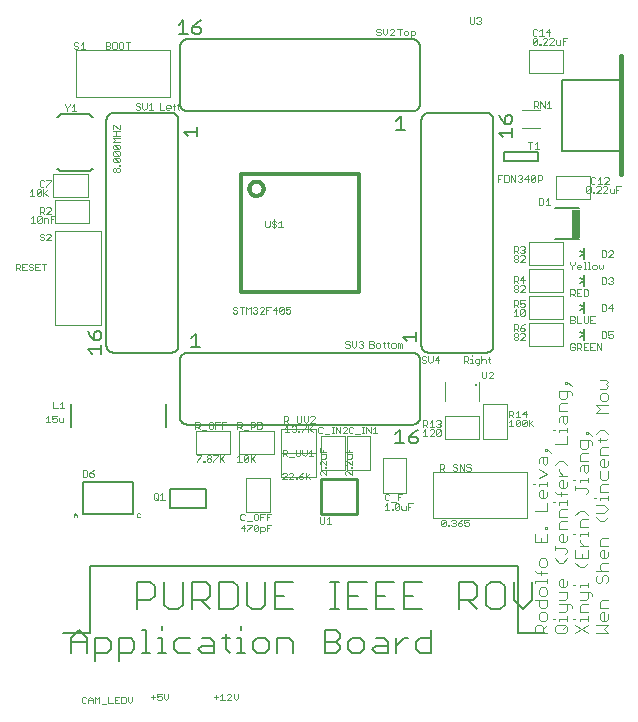
<source format=gto>
G75*
%MOIN*%
%OFA0B0*%
%FSLAX25Y25*%
%IPPOS*%
%LPD*%
%AMOC8*
5,1,8,0,0,1.08239X$1,22.5*
%
%ADD10C,0.00700*%
%ADD11C,0.00200*%
%ADD12C,0.00400*%
%ADD13C,0.00800*%
%ADD14R,0.02657X0.09646*%
%ADD15C,0.00600*%
%ADD16C,0.00500*%
%ADD17C,0.01200*%
%ADD18C,0.01600*%
%ADD19C,0.00984*%
%ADD20C,0.00100*%
%ADD21C,0.01000*%
D10*
X0052409Y0061550D02*
X0052409Y0066821D01*
X0055045Y0069457D01*
X0057680Y0066821D01*
X0057680Y0061550D01*
X0060328Y0061550D02*
X0064281Y0061550D01*
X0065599Y0062868D01*
X0065599Y0065503D01*
X0064281Y0066821D01*
X0060328Y0066821D01*
X0060328Y0058914D01*
X0057680Y0065503D02*
X0052409Y0065503D01*
X0068247Y0066821D02*
X0068247Y0058914D01*
X0068247Y0061550D02*
X0072200Y0061550D01*
X0073518Y0062868D01*
X0073518Y0065503D01*
X0072200Y0066821D01*
X0068247Y0066821D01*
X0076165Y0069457D02*
X0077483Y0069457D01*
X0077483Y0061550D01*
X0076165Y0061550D02*
X0078801Y0061550D01*
X0081445Y0061550D02*
X0084080Y0061550D01*
X0082762Y0061550D02*
X0082762Y0066821D01*
X0081445Y0066821D01*
X0082762Y0069457D02*
X0082762Y0070775D01*
X0086724Y0065503D02*
X0086724Y0062868D01*
X0088042Y0061550D01*
X0091995Y0061550D01*
X0094642Y0062868D02*
X0095960Y0064186D01*
X0099914Y0064186D01*
X0099914Y0065503D02*
X0099914Y0061550D01*
X0095960Y0061550D01*
X0094642Y0062868D01*
X0095960Y0066821D02*
X0098596Y0066821D01*
X0099914Y0065503D01*
X0102561Y0066821D02*
X0105197Y0066821D01*
X0103879Y0068139D02*
X0103879Y0062868D01*
X0105197Y0061550D01*
X0107840Y0061550D02*
X0110476Y0061550D01*
X0109158Y0061550D02*
X0109158Y0066821D01*
X0107840Y0066821D01*
X0109158Y0069457D02*
X0109158Y0070775D01*
X0113120Y0065503D02*
X0113120Y0062868D01*
X0114437Y0061550D01*
X0117073Y0061550D01*
X0118391Y0062868D01*
X0118391Y0065503D01*
X0117073Y0066821D01*
X0114437Y0066821D01*
X0113120Y0065503D01*
X0121038Y0066821D02*
X0121038Y0061550D01*
X0121038Y0066821D02*
X0124992Y0066821D01*
X0126310Y0065503D01*
X0126310Y0061550D01*
X0136876Y0061550D02*
X0140829Y0061550D01*
X0142147Y0062868D01*
X0142147Y0064186D01*
X0140829Y0065503D01*
X0136876Y0065503D01*
X0136876Y0061550D02*
X0136876Y0069457D01*
X0140829Y0069457D01*
X0142147Y0068139D01*
X0142147Y0066821D01*
X0140829Y0065503D01*
X0144795Y0065503D02*
X0144795Y0062868D01*
X0146112Y0061550D01*
X0148748Y0061550D01*
X0150066Y0062868D01*
X0150066Y0065503D01*
X0148748Y0066821D01*
X0146112Y0066821D01*
X0144795Y0065503D01*
X0152713Y0062868D02*
X0154031Y0064186D01*
X0157985Y0064186D01*
X0157985Y0065503D02*
X0157985Y0061550D01*
X0154031Y0061550D01*
X0152713Y0062868D01*
X0154031Y0066821D02*
X0156667Y0066821D01*
X0157985Y0065503D01*
X0160632Y0064186D02*
X0163268Y0066821D01*
X0164586Y0066821D01*
X0167231Y0065503D02*
X0168549Y0066821D01*
X0172502Y0066821D01*
X0172502Y0069457D02*
X0172502Y0061550D01*
X0168549Y0061550D01*
X0167231Y0062868D01*
X0167231Y0065503D01*
X0160632Y0066821D02*
X0160632Y0061550D01*
X0091995Y0066821D02*
X0088042Y0066821D01*
X0086724Y0065503D01*
D11*
X0056267Y0044900D02*
X0055900Y0045267D01*
X0055900Y0046735D01*
X0056267Y0047102D01*
X0057001Y0047102D01*
X0057368Y0046735D01*
X0058110Y0046368D02*
X0058844Y0047102D01*
X0059578Y0046368D01*
X0059578Y0044900D01*
X0060320Y0044900D02*
X0060320Y0047102D01*
X0061054Y0046368D01*
X0061788Y0047102D01*
X0061788Y0044900D01*
X0062530Y0044533D02*
X0063998Y0044533D01*
X0064740Y0044900D02*
X0066207Y0044900D01*
X0066949Y0044900D02*
X0068417Y0044900D01*
X0069159Y0044900D02*
X0069159Y0047102D01*
X0070260Y0047102D01*
X0070627Y0046735D01*
X0070627Y0045267D01*
X0070260Y0044900D01*
X0069159Y0044900D01*
X0067683Y0046001D02*
X0066949Y0046001D01*
X0066949Y0047102D02*
X0066949Y0044900D01*
X0066949Y0047102D02*
X0068417Y0047102D01*
X0064740Y0047102D02*
X0064740Y0044900D01*
X0059578Y0046001D02*
X0058110Y0046001D01*
X0058110Y0046368D02*
X0058110Y0044900D01*
X0057368Y0045267D02*
X0057001Y0044900D01*
X0056267Y0044900D01*
X0071369Y0045634D02*
X0072103Y0044900D01*
X0072837Y0045634D01*
X0072837Y0047102D01*
X0071369Y0047102D02*
X0071369Y0045634D01*
X0078900Y0047001D02*
X0080368Y0047001D01*
X0081110Y0047001D02*
X0081844Y0047368D01*
X0082211Y0047368D01*
X0082578Y0047001D01*
X0082578Y0046267D01*
X0082211Y0045900D01*
X0081477Y0045900D01*
X0081110Y0046267D01*
X0081110Y0047001D02*
X0081110Y0048102D01*
X0082578Y0048102D01*
X0083320Y0048102D02*
X0083320Y0046634D01*
X0084054Y0045900D01*
X0084788Y0046634D01*
X0084788Y0048102D01*
X0079634Y0047735D02*
X0079634Y0046267D01*
X0099900Y0047001D02*
X0101368Y0047001D01*
X0102110Y0047368D02*
X0102844Y0048102D01*
X0102844Y0045900D01*
X0102110Y0045900D02*
X0103578Y0045900D01*
X0104320Y0045900D02*
X0105788Y0047368D01*
X0105788Y0047735D01*
X0105421Y0048102D01*
X0104687Y0048102D01*
X0104320Y0047735D01*
X0104320Y0045900D02*
X0105788Y0045900D01*
X0106530Y0046634D02*
X0107264Y0045900D01*
X0107998Y0046634D01*
X0107998Y0048102D01*
X0106530Y0048102D02*
X0106530Y0046634D01*
X0100634Y0046267D02*
X0100634Y0047735D01*
X0109961Y0102280D02*
X0109961Y0104482D01*
X0108860Y0103381D01*
X0110328Y0103381D01*
X0111070Y0102647D02*
X0111070Y0102280D01*
X0111070Y0102647D02*
X0112538Y0104115D01*
X0112538Y0104482D01*
X0111070Y0104482D01*
X0111060Y0105533D02*
X0112528Y0105533D01*
X0113270Y0106267D02*
X0113637Y0105900D01*
X0114371Y0105900D01*
X0114738Y0106267D01*
X0114738Y0107735D01*
X0114371Y0108102D01*
X0113637Y0108102D01*
X0113270Y0107735D01*
X0113270Y0106267D01*
X0113647Y0104482D02*
X0114381Y0104482D01*
X0114748Y0104115D01*
X0113280Y0102647D01*
X0113647Y0102280D01*
X0114381Y0102280D01*
X0114748Y0102647D01*
X0114748Y0104115D01*
X0115490Y0103748D02*
X0116591Y0103748D01*
X0116958Y0103381D01*
X0116958Y0102647D01*
X0116591Y0102280D01*
X0115490Y0102280D01*
X0115490Y0101546D02*
X0115490Y0103748D01*
X0113647Y0104482D02*
X0113280Y0104115D01*
X0113280Y0102647D01*
X0115480Y0105900D02*
X0115480Y0108102D01*
X0116948Y0108102D01*
X0117690Y0108102D02*
X0117690Y0105900D01*
X0117690Y0107001D02*
X0118423Y0107001D01*
X0117690Y0108102D02*
X0119157Y0108102D01*
X0118550Y0108541D02*
X0110810Y0108541D01*
X0110810Y0120139D01*
X0118550Y0120139D01*
X0118550Y0108541D01*
X0116214Y0107001D02*
X0115480Y0107001D01*
X0117700Y0104482D02*
X0119167Y0104482D01*
X0118433Y0103381D02*
X0117700Y0103381D01*
X0117700Y0102280D02*
X0117700Y0104482D01*
X0110318Y0106267D02*
X0109951Y0105900D01*
X0109217Y0105900D01*
X0108850Y0106267D01*
X0108850Y0107735D01*
X0109217Y0108102D01*
X0109951Y0108102D01*
X0110318Y0107735D01*
X0122836Y0119540D02*
X0124303Y0121008D01*
X0124303Y0121375D01*
X0123936Y0121742D01*
X0123202Y0121742D01*
X0122836Y0121375D01*
X0122381Y0120470D02*
X0122381Y0128210D01*
X0133979Y0128210D01*
X0133979Y0120470D01*
X0122381Y0120470D01*
X0122836Y0119540D02*
X0124303Y0119540D01*
X0125045Y0119540D02*
X0126513Y0121008D01*
X0126513Y0121375D01*
X0126146Y0121742D01*
X0125412Y0121742D01*
X0125045Y0121375D01*
X0125045Y0119540D02*
X0126513Y0119540D01*
X0127255Y0119540D02*
X0127622Y0119540D01*
X0127622Y0119907D01*
X0127255Y0119907D01*
X0127255Y0119540D01*
X0128360Y0119907D02*
X0128727Y0119540D01*
X0129461Y0119540D01*
X0129828Y0119907D01*
X0129828Y0120274D01*
X0129461Y0120641D01*
X0128360Y0120641D01*
X0128360Y0119907D01*
X0128360Y0120641D02*
X0129094Y0121375D01*
X0129828Y0121742D01*
X0130570Y0121742D02*
X0130570Y0119540D01*
X0130570Y0120274D02*
X0132038Y0121742D01*
X0130937Y0120641D02*
X0132038Y0119540D01*
X0135278Y0121362D02*
X0135645Y0120996D01*
X0135278Y0121362D02*
X0135278Y0122096D01*
X0135645Y0122463D01*
X0136012Y0122463D01*
X0137480Y0120996D01*
X0137480Y0122463D01*
X0137480Y0123205D02*
X0137480Y0123572D01*
X0137113Y0123572D01*
X0137113Y0123205D01*
X0137480Y0123205D01*
X0137480Y0124310D02*
X0136012Y0125778D01*
X0135645Y0125778D01*
X0135278Y0125411D01*
X0135278Y0124677D01*
X0135645Y0124310D01*
X0135810Y0122541D02*
X0135810Y0134139D01*
X0143550Y0134139D01*
X0143550Y0122541D01*
X0135810Y0122541D01*
X0137480Y0124310D02*
X0137480Y0125778D01*
X0137113Y0126520D02*
X0137480Y0126887D01*
X0137480Y0127988D01*
X0136012Y0127988D01*
X0136379Y0128730D02*
X0136379Y0129464D01*
X0135278Y0128730D02*
X0135278Y0130198D01*
X0135278Y0128730D02*
X0137480Y0128730D01*
X0137113Y0126520D02*
X0136012Y0126520D01*
X0133979Y0128470D02*
X0122381Y0128470D01*
X0122381Y0136210D01*
X0133979Y0136210D01*
X0133979Y0128470D01*
X0133167Y0127280D02*
X0131700Y0127280D01*
X0132433Y0127280D02*
X0132433Y0129482D01*
X0131700Y0128748D01*
X0130958Y0128014D02*
X0130958Y0129482D01*
X0130958Y0128014D02*
X0130224Y0127280D01*
X0129490Y0128014D01*
X0129490Y0129482D01*
X0128748Y0129482D02*
X0128748Y0127647D01*
X0128381Y0127280D01*
X0127647Y0127280D01*
X0127280Y0127647D01*
X0127280Y0129482D01*
X0126538Y0126913D02*
X0125070Y0126913D01*
X0124328Y0127280D02*
X0123594Y0128014D01*
X0123961Y0128014D02*
X0122860Y0128014D01*
X0122860Y0127280D02*
X0122860Y0129482D01*
X0123961Y0129482D01*
X0124328Y0129115D01*
X0124328Y0128381D01*
X0123961Y0128014D01*
X0119979Y0127970D02*
X0108381Y0127970D01*
X0108381Y0135710D01*
X0119979Y0135710D01*
X0119979Y0127970D01*
X0113668Y0127642D02*
X0112200Y0126174D01*
X0112567Y0126541D02*
X0113668Y0125440D01*
X0112200Y0125440D02*
X0112200Y0127642D01*
X0111458Y0127275D02*
X0109990Y0125807D01*
X0110357Y0125440D01*
X0111091Y0125440D01*
X0111458Y0125807D01*
X0111458Y0127275D01*
X0111091Y0127642D01*
X0110357Y0127642D01*
X0109990Y0127275D01*
X0109990Y0125807D01*
X0109248Y0125440D02*
X0107780Y0125440D01*
X0108514Y0125440D02*
X0108514Y0127642D01*
X0107780Y0126908D01*
X0105479Y0127970D02*
X0093881Y0127970D01*
X0093881Y0135710D01*
X0105479Y0135710D01*
X0105479Y0127970D01*
X0103482Y0127642D02*
X0102015Y0126174D01*
X0102382Y0126541D02*
X0103482Y0125440D01*
X0102015Y0125440D02*
X0102015Y0127642D01*
X0101273Y0127642D02*
X0101273Y0127275D01*
X0099805Y0125807D01*
X0099805Y0125440D01*
X0099063Y0125807D02*
X0098696Y0125440D01*
X0097962Y0125440D01*
X0097595Y0125807D01*
X0097595Y0126174D01*
X0097962Y0126541D01*
X0098696Y0126541D01*
X0099063Y0126174D01*
X0099063Y0125807D01*
X0098696Y0126541D02*
X0099063Y0126908D01*
X0099063Y0127275D01*
X0098696Y0127642D01*
X0097962Y0127642D01*
X0097595Y0127275D01*
X0097595Y0126908D01*
X0097962Y0126541D01*
X0096857Y0125807D02*
X0096857Y0125440D01*
X0096490Y0125440D01*
X0096490Y0125807D01*
X0096857Y0125807D01*
X0095748Y0127275D02*
X0094280Y0125807D01*
X0094280Y0125440D01*
X0094280Y0127642D02*
X0095748Y0127642D01*
X0095748Y0127275D01*
X0099805Y0127642D02*
X0101273Y0127642D01*
X0100410Y0136440D02*
X0100410Y0138642D01*
X0101878Y0138642D01*
X0102620Y0138642D02*
X0104087Y0138642D01*
X0103353Y0137541D02*
X0102620Y0137541D01*
X0102620Y0136440D02*
X0102620Y0138642D01*
X0101144Y0137541D02*
X0100410Y0137541D01*
X0099668Y0136807D02*
X0099668Y0138275D01*
X0099301Y0138642D01*
X0098567Y0138642D01*
X0098200Y0138275D01*
X0098200Y0136807D01*
X0098567Y0136440D01*
X0099301Y0136440D01*
X0099668Y0136807D01*
X0097458Y0136073D02*
X0095990Y0136073D01*
X0095248Y0136440D02*
X0094514Y0137174D01*
X0094881Y0137174D02*
X0093780Y0137174D01*
X0093780Y0136440D02*
X0093780Y0138642D01*
X0094881Y0138642D01*
X0095248Y0138275D01*
X0095248Y0137541D01*
X0094881Y0137174D01*
X0107780Y0137174D02*
X0108881Y0137174D01*
X0109248Y0137541D01*
X0109248Y0138275D01*
X0108881Y0138642D01*
X0107780Y0138642D01*
X0107780Y0136440D01*
X0108514Y0137174D02*
X0109248Y0136440D01*
X0109990Y0136073D02*
X0111458Y0136073D01*
X0112200Y0136440D02*
X0112200Y0138642D01*
X0113301Y0138642D01*
X0113668Y0138275D01*
X0113668Y0137541D01*
X0113301Y0137174D01*
X0112200Y0137174D01*
X0114410Y0136440D02*
X0115511Y0136440D01*
X0115878Y0136807D01*
X0115878Y0138275D01*
X0115511Y0138642D01*
X0114410Y0138642D01*
X0114410Y0136440D01*
X0123280Y0138440D02*
X0123280Y0140642D01*
X0124381Y0140642D01*
X0124748Y0140275D01*
X0124748Y0139541D01*
X0124381Y0139174D01*
X0123280Y0139174D01*
X0124014Y0139174D02*
X0124748Y0138440D01*
X0125490Y0138073D02*
X0126958Y0138073D01*
X0127001Y0137542D02*
X0127368Y0137175D01*
X0127368Y0136808D01*
X0127001Y0136441D01*
X0127368Y0136074D01*
X0127368Y0135707D01*
X0127001Y0135340D01*
X0126267Y0135340D01*
X0125900Y0135707D01*
X0125158Y0135340D02*
X0123690Y0135340D01*
X0124424Y0135340D02*
X0124424Y0137542D01*
X0123690Y0136808D01*
X0125900Y0137175D02*
X0126267Y0137542D01*
X0127001Y0137542D01*
X0127001Y0136441D02*
X0126634Y0136441D01*
X0128110Y0135707D02*
X0128477Y0135707D01*
X0128477Y0135340D01*
X0128110Y0135340D01*
X0128110Y0135707D01*
X0129215Y0135707D02*
X0129215Y0135340D01*
X0129215Y0135707D02*
X0130683Y0137175D01*
X0130683Y0137542D01*
X0129215Y0137542D01*
X0128801Y0138440D02*
X0129168Y0138807D01*
X0129168Y0140642D01*
X0129910Y0140642D02*
X0129910Y0139174D01*
X0130644Y0138440D01*
X0131378Y0139174D01*
X0131378Y0140642D01*
X0132120Y0140275D02*
X0132486Y0140642D01*
X0133220Y0140642D01*
X0133587Y0140275D01*
X0133587Y0139908D01*
X0132120Y0138440D01*
X0133587Y0138440D01*
X0132892Y0137542D02*
X0131425Y0136074D01*
X0131792Y0136441D02*
X0132892Y0135340D01*
X0131425Y0135340D02*
X0131425Y0137542D01*
X0128801Y0138440D02*
X0128067Y0138440D01*
X0127700Y0138807D01*
X0127700Y0140642D01*
X0134780Y0136775D02*
X0134780Y0135307D01*
X0135147Y0134940D01*
X0135881Y0134940D01*
X0136248Y0135307D01*
X0136990Y0134573D02*
X0138458Y0134573D01*
X0139200Y0134940D02*
X0139934Y0134940D01*
X0139567Y0134940D02*
X0139567Y0137142D01*
X0139200Y0137142D02*
X0139934Y0137142D01*
X0140673Y0137142D02*
X0142141Y0134940D01*
X0142141Y0137142D01*
X0142883Y0136775D02*
X0143250Y0137142D01*
X0143984Y0137142D01*
X0144351Y0136775D01*
X0144351Y0136408D01*
X0142883Y0134940D01*
X0144351Y0134940D01*
X0144900Y0135267D02*
X0145267Y0134900D01*
X0146001Y0134900D01*
X0146368Y0135267D01*
X0147110Y0134533D02*
X0148578Y0134533D01*
X0149320Y0134900D02*
X0150054Y0134900D01*
X0149687Y0134900D02*
X0149687Y0137102D01*
X0149320Y0137102D02*
X0150054Y0137102D01*
X0150793Y0137102D02*
X0152261Y0134900D01*
X0152261Y0137102D01*
X0153003Y0136368D02*
X0153737Y0137102D01*
X0153737Y0134900D01*
X0153003Y0134900D02*
X0154471Y0134900D01*
X0152050Y0134139D02*
X0144310Y0134139D01*
X0144310Y0122541D01*
X0152050Y0122541D01*
X0152050Y0134139D01*
X0150793Y0134900D02*
X0150793Y0137102D01*
X0146368Y0136735D02*
X0146001Y0137102D01*
X0145267Y0137102D01*
X0144900Y0136735D01*
X0144900Y0135267D01*
X0140673Y0134940D02*
X0140673Y0137142D01*
X0136248Y0136775D02*
X0135881Y0137142D01*
X0135147Y0137142D01*
X0134780Y0136775D01*
X0143778Y0130198D02*
X0143778Y0128730D01*
X0145980Y0128730D01*
X0145980Y0127988D02*
X0144512Y0127988D01*
X0144879Y0128730D02*
X0144879Y0129464D01*
X0145980Y0127988D02*
X0145980Y0126887D01*
X0145613Y0126520D01*
X0144512Y0126520D01*
X0144512Y0125778D02*
X0144145Y0125778D01*
X0143778Y0125411D01*
X0143778Y0124677D01*
X0144145Y0124310D01*
X0144512Y0125778D02*
X0145980Y0124310D01*
X0145980Y0125778D01*
X0145980Y0123572D02*
X0145980Y0123205D01*
X0145613Y0123205D01*
X0145613Y0123572D01*
X0145980Y0123572D01*
X0145980Y0122463D02*
X0145980Y0120996D01*
X0144512Y0122463D01*
X0144145Y0122463D01*
X0143778Y0122096D01*
X0143778Y0121362D01*
X0144145Y0120996D01*
X0156310Y0126739D02*
X0156310Y0115141D01*
X0164050Y0115141D01*
X0164050Y0126739D01*
X0156310Y0126739D01*
X0157307Y0114742D02*
X0156940Y0114375D01*
X0156940Y0112907D01*
X0157307Y0112540D01*
X0158041Y0112540D01*
X0158408Y0112907D01*
X0159150Y0112173D02*
X0160618Y0112173D01*
X0160672Y0111552D02*
X0160305Y0111185D01*
X0160305Y0109717D01*
X0161773Y0111185D01*
X0161773Y0109717D01*
X0161406Y0109350D01*
X0160672Y0109350D01*
X0160305Y0109717D01*
X0159567Y0109717D02*
X0159567Y0109350D01*
X0159200Y0109350D01*
X0159200Y0109717D01*
X0159567Y0109717D01*
X0158458Y0109350D02*
X0156990Y0109350D01*
X0157724Y0109350D02*
X0157724Y0111552D01*
X0156990Y0110818D01*
X0158408Y0114375D02*
X0158041Y0114742D01*
X0157307Y0114742D01*
X0161360Y0114742D02*
X0162828Y0114742D01*
X0162094Y0113641D02*
X0161360Y0113641D01*
X0161360Y0112540D02*
X0161360Y0114742D01*
X0161406Y0111552D02*
X0161773Y0111185D01*
X0161406Y0111552D02*
X0160672Y0111552D01*
X0162515Y0110818D02*
X0162515Y0109717D01*
X0162882Y0109350D01*
X0163983Y0109350D01*
X0163983Y0110818D01*
X0164725Y0110451D02*
X0165459Y0110451D01*
X0166192Y0111552D02*
X0164725Y0111552D01*
X0164725Y0109350D01*
X0173038Y0106533D02*
X0173038Y0122147D01*
X0204322Y0122147D01*
X0204322Y0106533D01*
X0173038Y0106533D01*
X0175780Y0105775D02*
X0176147Y0106142D01*
X0176881Y0106142D01*
X0177248Y0105775D01*
X0175780Y0104307D01*
X0176147Y0103940D01*
X0176881Y0103940D01*
X0177248Y0104307D01*
X0177248Y0105775D01*
X0175780Y0105775D02*
X0175780Y0104307D01*
X0177990Y0104307D02*
X0178357Y0104307D01*
X0178357Y0103940D01*
X0177990Y0103940D01*
X0177990Y0104307D01*
X0179095Y0104307D02*
X0179462Y0103940D01*
X0180196Y0103940D01*
X0180563Y0104307D01*
X0180563Y0104674D01*
X0180196Y0105041D01*
X0179829Y0105041D01*
X0180196Y0105041D02*
X0180563Y0105408D01*
X0180563Y0105775D01*
X0180196Y0106142D01*
X0179462Y0106142D01*
X0179095Y0105775D01*
X0181305Y0105041D02*
X0182406Y0105041D01*
X0182773Y0104674D01*
X0182773Y0104307D01*
X0182406Y0103940D01*
X0181672Y0103940D01*
X0181305Y0104307D01*
X0181305Y0105041D01*
X0182039Y0105775D01*
X0182773Y0106142D01*
X0183515Y0106142D02*
X0183515Y0105041D01*
X0184249Y0105408D01*
X0184616Y0105408D01*
X0184982Y0105041D01*
X0184982Y0104307D01*
X0184616Y0103940D01*
X0183882Y0103940D01*
X0183515Y0104307D01*
X0183515Y0106142D02*
X0184982Y0106142D01*
X0185220Y0122440D02*
X0184486Y0122440D01*
X0184120Y0122807D01*
X0184486Y0123541D02*
X0185220Y0123541D01*
X0185587Y0123174D01*
X0185587Y0122807D01*
X0185220Y0122440D01*
X0184486Y0123541D02*
X0184120Y0123908D01*
X0184120Y0124275D01*
X0184486Y0124642D01*
X0185220Y0124642D01*
X0185587Y0124275D01*
X0183378Y0124642D02*
X0183378Y0122440D01*
X0181910Y0124642D01*
X0181910Y0122440D01*
X0181168Y0122807D02*
X0180801Y0122440D01*
X0180067Y0122440D01*
X0179700Y0122807D01*
X0180067Y0123541D02*
X0180801Y0123541D01*
X0181168Y0123174D01*
X0181168Y0122807D01*
X0180067Y0123541D02*
X0179700Y0123908D01*
X0179700Y0124275D01*
X0180067Y0124642D01*
X0180801Y0124642D01*
X0181168Y0124275D01*
X0178958Y0122073D02*
X0177490Y0122073D01*
X0176748Y0122440D02*
X0176014Y0123174D01*
X0176381Y0123174D02*
X0175280Y0123174D01*
X0175280Y0122440D02*
X0175280Y0124642D01*
X0176381Y0124642D01*
X0176748Y0124275D01*
X0176748Y0123541D01*
X0176381Y0123174D01*
X0176881Y0132970D02*
X0176881Y0140710D01*
X0188479Y0140710D01*
X0188479Y0132970D01*
X0176881Y0132970D01*
X0175538Y0134407D02*
X0175538Y0135875D01*
X0174070Y0134407D01*
X0174437Y0134040D01*
X0175171Y0134040D01*
X0175538Y0134407D01*
X0175538Y0135875D02*
X0175171Y0136242D01*
X0174437Y0136242D01*
X0174070Y0135875D01*
X0174070Y0134407D01*
X0173328Y0134040D02*
X0171860Y0134040D01*
X0173328Y0135508D01*
X0173328Y0135875D01*
X0172961Y0136242D01*
X0172227Y0136242D01*
X0171860Y0135875D01*
X0171860Y0137040D02*
X0173328Y0137040D01*
X0172594Y0137040D02*
X0172594Y0139242D01*
X0171860Y0138508D01*
X0171118Y0138875D02*
X0171118Y0138141D01*
X0170751Y0137774D01*
X0169650Y0137774D01*
X0169650Y0137040D02*
X0169650Y0139242D01*
X0170751Y0139242D01*
X0171118Y0138875D01*
X0170384Y0137774D02*
X0171118Y0137040D01*
X0170384Y0136242D02*
X0170384Y0134040D01*
X0169650Y0134040D02*
X0171118Y0134040D01*
X0169650Y0135508D02*
X0170384Y0136242D01*
X0174070Y0137407D02*
X0174437Y0137040D01*
X0175171Y0137040D01*
X0175538Y0137407D01*
X0175538Y0137774D01*
X0175171Y0138141D01*
X0174804Y0138141D01*
X0175171Y0138141D02*
X0175538Y0138508D01*
X0175538Y0138875D01*
X0175171Y0139242D01*
X0174437Y0139242D01*
X0174070Y0138875D01*
X0189810Y0144639D02*
X0189810Y0133041D01*
X0197550Y0133041D01*
X0197550Y0144639D01*
X0189810Y0144639D01*
X0189727Y0153280D02*
X0190461Y0153280D01*
X0190828Y0153647D01*
X0190828Y0155482D01*
X0191570Y0155115D02*
X0191937Y0155482D01*
X0192671Y0155482D01*
X0193038Y0155115D01*
X0193038Y0154748D01*
X0191570Y0153280D01*
X0193038Y0153280D01*
X0189727Y0153280D02*
X0189360Y0153647D01*
X0189360Y0155482D01*
X0188068Y0157646D02*
X0188435Y0158013D01*
X0188435Y0159848D01*
X0187334Y0159848D01*
X0186967Y0159481D01*
X0186967Y0158747D01*
X0187334Y0158380D01*
X0188435Y0158380D01*
X0189177Y0158380D02*
X0189177Y0160582D01*
X0189544Y0159848D02*
X0190278Y0159848D01*
X0190645Y0159481D01*
X0190645Y0158380D01*
X0191754Y0158747D02*
X0192121Y0158380D01*
X0191754Y0158747D02*
X0191754Y0160215D01*
X0191387Y0159848D02*
X0192121Y0159848D01*
X0189544Y0159848D02*
X0189177Y0159481D01*
X0188068Y0157646D02*
X0187701Y0157646D01*
X0186228Y0158380D02*
X0185494Y0158380D01*
X0185861Y0158380D02*
X0185861Y0159848D01*
X0185494Y0159848D01*
X0185861Y0160582D02*
X0185861Y0160949D01*
X0184752Y0160215D02*
X0184752Y0159481D01*
X0184385Y0159114D01*
X0183284Y0159114D01*
X0184018Y0159114D02*
X0184752Y0158380D01*
X0183284Y0158380D02*
X0183284Y0160582D01*
X0184385Y0160582D01*
X0184752Y0160215D01*
X0175118Y0159481D02*
X0173650Y0159481D01*
X0174751Y0160582D01*
X0174751Y0158380D01*
X0172908Y0159114D02*
X0172908Y0160582D01*
X0171440Y0160582D02*
X0171440Y0159114D01*
X0172174Y0158380D01*
X0172908Y0159114D01*
X0170698Y0159114D02*
X0170698Y0158747D01*
X0170331Y0158380D01*
X0169597Y0158380D01*
X0169230Y0158747D01*
X0169597Y0159481D02*
X0170331Y0159481D01*
X0170698Y0159114D01*
X0170698Y0160215D02*
X0170331Y0160582D01*
X0169597Y0160582D01*
X0169230Y0160215D01*
X0169230Y0159848D01*
X0169597Y0159481D01*
X0162824Y0163440D02*
X0162824Y0164541D01*
X0162457Y0164908D01*
X0162090Y0164541D01*
X0162090Y0163440D01*
X0161356Y0163440D02*
X0161356Y0164908D01*
X0161723Y0164908D01*
X0162090Y0164541D01*
X0160614Y0164541D02*
X0160247Y0164908D01*
X0159513Y0164908D01*
X0159146Y0164541D01*
X0159146Y0163807D01*
X0159513Y0163440D01*
X0160247Y0163440D01*
X0160614Y0163807D01*
X0160614Y0164541D01*
X0158407Y0164908D02*
X0157673Y0164908D01*
X0158040Y0165275D02*
X0158040Y0163807D01*
X0158407Y0163440D01*
X0156934Y0163440D02*
X0156567Y0163807D01*
X0156567Y0165275D01*
X0156200Y0164908D02*
X0156934Y0164908D01*
X0155458Y0164541D02*
X0155091Y0164908D01*
X0154357Y0164908D01*
X0153990Y0164541D01*
X0153990Y0163807D01*
X0154357Y0163440D01*
X0155091Y0163440D01*
X0155458Y0163807D01*
X0155458Y0164541D01*
X0153248Y0164908D02*
X0152881Y0164541D01*
X0151780Y0164541D01*
X0151780Y0165642D02*
X0152881Y0165642D01*
X0153248Y0165275D01*
X0153248Y0164908D01*
X0152881Y0164541D02*
X0153248Y0164174D01*
X0153248Y0163807D01*
X0152881Y0163440D01*
X0151780Y0163440D01*
X0151780Y0165642D01*
X0149668Y0165275D02*
X0149668Y0164908D01*
X0149301Y0164541D01*
X0149668Y0164174D01*
X0149668Y0163807D01*
X0149301Y0163440D01*
X0148567Y0163440D01*
X0148200Y0163807D01*
X0147458Y0164174D02*
X0147458Y0165642D01*
X0148200Y0165275D02*
X0148567Y0165642D01*
X0149301Y0165642D01*
X0149668Y0165275D01*
X0149301Y0164541D02*
X0148934Y0164541D01*
X0147458Y0164174D02*
X0146724Y0163440D01*
X0145990Y0164174D01*
X0145990Y0165642D01*
X0145248Y0165275D02*
X0144881Y0165642D01*
X0144147Y0165642D01*
X0143780Y0165275D01*
X0143780Y0164908D01*
X0144147Y0164541D01*
X0144881Y0164541D01*
X0145248Y0164174D01*
X0145248Y0163807D01*
X0144881Y0163440D01*
X0144147Y0163440D01*
X0143780Y0163807D01*
X0125510Y0175212D02*
X0125143Y0174846D01*
X0124409Y0174846D01*
X0124042Y0175212D01*
X0124042Y0175946D02*
X0124776Y0176313D01*
X0125143Y0176313D01*
X0125510Y0175946D01*
X0125510Y0175212D01*
X0124042Y0175946D02*
X0124042Y0177047D01*
X0125510Y0177047D01*
X0123300Y0176680D02*
X0123300Y0175212D01*
X0122933Y0174846D01*
X0122199Y0174846D01*
X0121832Y0175212D01*
X0123300Y0176680D01*
X0122933Y0177047D01*
X0122199Y0177047D01*
X0121832Y0176680D01*
X0121832Y0175212D01*
X0121090Y0175946D02*
X0119622Y0175946D01*
X0120723Y0177047D01*
X0120723Y0174846D01*
X0118146Y0175946D02*
X0117412Y0175946D01*
X0116670Y0176313D02*
X0115202Y0174846D01*
X0116670Y0174846D01*
X0117412Y0174846D02*
X0117412Y0177047D01*
X0118880Y0177047D01*
X0116670Y0176680D02*
X0116303Y0177047D01*
X0115569Y0177047D01*
X0115202Y0176680D01*
X0114460Y0176680D02*
X0114460Y0176313D01*
X0114093Y0175946D01*
X0114460Y0175579D01*
X0114460Y0175212D01*
X0114093Y0174846D01*
X0113359Y0174846D01*
X0112992Y0175212D01*
X0112250Y0174846D02*
X0112250Y0177047D01*
X0111516Y0176313D01*
X0110782Y0177047D01*
X0110782Y0174846D01*
X0109307Y0174846D02*
X0109307Y0177047D01*
X0110040Y0177047D02*
X0108573Y0177047D01*
X0107831Y0176680D02*
X0107464Y0177047D01*
X0106730Y0177047D01*
X0106363Y0176680D01*
X0106363Y0176313D01*
X0106730Y0175946D01*
X0107464Y0175946D01*
X0107831Y0175579D01*
X0107831Y0175212D01*
X0107464Y0174846D01*
X0106730Y0174846D01*
X0106363Y0175212D01*
X0112992Y0176680D02*
X0113359Y0177047D01*
X0114093Y0177047D01*
X0114460Y0176680D01*
X0114093Y0175946D02*
X0113726Y0175946D01*
X0116670Y0176313D02*
X0116670Y0176680D01*
X0120031Y0203266D02*
X0120031Y0206202D01*
X0120398Y0205835D02*
X0120765Y0205468D01*
X0120398Y0205835D02*
X0119664Y0205835D01*
X0119297Y0205468D01*
X0119297Y0205101D01*
X0119664Y0204734D01*
X0120398Y0204734D01*
X0120765Y0204367D01*
X0120765Y0204000D01*
X0120398Y0203633D01*
X0119664Y0203633D01*
X0119297Y0204000D01*
X0118555Y0204000D02*
X0118555Y0205835D01*
X0117087Y0205835D02*
X0117087Y0204000D01*
X0117454Y0203633D01*
X0118188Y0203633D01*
X0118555Y0204000D01*
X0121507Y0203633D02*
X0122975Y0203633D01*
X0122241Y0203633D02*
X0122241Y0205835D01*
X0121507Y0205101D01*
X0088487Y0242780D02*
X0088120Y0243147D01*
X0088120Y0244615D01*
X0087753Y0244248D02*
X0088487Y0244248D01*
X0087014Y0243881D02*
X0086280Y0243881D01*
X0085538Y0243881D02*
X0085538Y0243514D01*
X0084070Y0243514D01*
X0084070Y0243881D02*
X0084437Y0244248D01*
X0085171Y0244248D01*
X0085538Y0243881D01*
X0085171Y0242780D02*
X0084437Y0242780D01*
X0084070Y0243147D01*
X0084070Y0243881D01*
X0083328Y0242780D02*
X0081860Y0242780D01*
X0081860Y0244982D01*
X0079014Y0244982D02*
X0079014Y0242780D01*
X0078280Y0242780D02*
X0079748Y0242780D01*
X0078280Y0244248D02*
X0079014Y0244982D01*
X0077538Y0244982D02*
X0077538Y0243514D01*
X0076804Y0242780D01*
X0076070Y0243514D01*
X0076070Y0244982D01*
X0075328Y0244615D02*
X0074961Y0244982D01*
X0074227Y0244982D01*
X0073860Y0244615D01*
X0073860Y0244248D01*
X0074227Y0243881D01*
X0074961Y0243881D01*
X0075328Y0243514D01*
X0075328Y0243147D01*
X0074961Y0242780D01*
X0074227Y0242780D01*
X0073860Y0243147D01*
X0068580Y0237772D02*
X0068580Y0236304D01*
X0068213Y0236304D01*
X0066745Y0237772D01*
X0066378Y0237772D01*
X0066378Y0236304D01*
X0066378Y0235562D02*
X0068580Y0235562D01*
X0067479Y0235562D02*
X0067479Y0234094D01*
X0068580Y0234094D02*
X0066378Y0234094D01*
X0066378Y0233352D02*
X0068580Y0233352D01*
X0068580Y0231884D02*
X0066378Y0231884D01*
X0067112Y0232618D01*
X0066378Y0233352D01*
X0066745Y0231142D02*
X0068213Y0229675D01*
X0068580Y0230042D01*
X0068580Y0230776D01*
X0068213Y0231142D01*
X0066745Y0231142D01*
X0066378Y0230776D01*
X0066378Y0230042D01*
X0066745Y0229675D01*
X0068213Y0229675D01*
X0068213Y0228933D02*
X0068580Y0228566D01*
X0068580Y0227832D01*
X0068213Y0227465D01*
X0066745Y0228933D01*
X0068213Y0228933D01*
X0066745Y0228933D02*
X0066378Y0228566D01*
X0066378Y0227832D01*
X0066745Y0227465D01*
X0068213Y0227465D01*
X0068213Y0226723D02*
X0068580Y0226356D01*
X0068580Y0225622D01*
X0068213Y0225255D01*
X0066745Y0226723D01*
X0068213Y0226723D01*
X0066745Y0226723D02*
X0066378Y0226356D01*
X0066378Y0225622D01*
X0066745Y0225255D01*
X0068213Y0225255D01*
X0068213Y0224517D02*
X0068580Y0224517D01*
X0068580Y0224150D01*
X0068213Y0224150D01*
X0068213Y0224517D01*
X0068213Y0223408D02*
X0068580Y0223041D01*
X0068580Y0222307D01*
X0068213Y0221940D01*
X0067846Y0221940D01*
X0067479Y0222307D01*
X0067479Y0223041D01*
X0067846Y0223408D01*
X0068213Y0223408D01*
X0067479Y0223041D02*
X0067112Y0223408D01*
X0066745Y0223408D01*
X0066378Y0223041D01*
X0066378Y0222307D01*
X0066745Y0221940D01*
X0067112Y0221940D01*
X0067479Y0222307D01*
X0058117Y0221387D02*
X0058117Y0213647D01*
X0046519Y0213647D01*
X0046519Y0221387D01*
X0058117Y0221387D01*
X0058479Y0212710D02*
X0058479Y0204970D01*
X0046881Y0204970D01*
X0046881Y0212710D01*
X0058479Y0212710D01*
X0062487Y0202482D02*
X0046873Y0202482D01*
X0046873Y0171198D01*
X0062487Y0171198D01*
X0062487Y0202482D01*
X0047015Y0207319D02*
X0045547Y0207319D01*
X0045547Y0205117D01*
X0044805Y0205117D02*
X0044805Y0206218D01*
X0044438Y0206585D01*
X0043338Y0206585D01*
X0043338Y0205117D01*
X0042596Y0205484D02*
X0042229Y0205117D01*
X0041495Y0205117D01*
X0041128Y0205484D01*
X0042596Y0206952D01*
X0042596Y0205484D01*
X0042596Y0206952D02*
X0042229Y0207319D01*
X0041495Y0207319D01*
X0041128Y0206952D01*
X0041128Y0205484D01*
X0040386Y0205117D02*
X0038918Y0205117D01*
X0039652Y0205117D02*
X0039652Y0207319D01*
X0038918Y0206585D01*
X0041860Y0208040D02*
X0041860Y0210242D01*
X0042961Y0210242D01*
X0043328Y0209875D01*
X0043328Y0209141D01*
X0042961Y0208774D01*
X0041860Y0208774D01*
X0042594Y0208774D02*
X0043328Y0208040D01*
X0044070Y0208040D02*
X0045538Y0209508D01*
X0045538Y0209875D01*
X0045171Y0210242D01*
X0044437Y0210242D01*
X0044070Y0209875D01*
X0044070Y0208040D02*
X0045538Y0208040D01*
X0045547Y0206218D02*
X0046281Y0206218D01*
X0045171Y0201482D02*
X0044437Y0201482D01*
X0044070Y0201115D01*
X0043328Y0201115D02*
X0042961Y0201482D01*
X0042227Y0201482D01*
X0041860Y0201115D01*
X0041860Y0200748D01*
X0042227Y0200381D01*
X0042961Y0200381D01*
X0043328Y0200014D01*
X0043328Y0199647D01*
X0042961Y0199280D01*
X0042227Y0199280D01*
X0041860Y0199647D01*
X0044070Y0199280D02*
X0045538Y0200748D01*
X0045538Y0201115D01*
X0045171Y0201482D01*
X0045538Y0199280D02*
X0044070Y0199280D01*
X0044167Y0191482D02*
X0042700Y0191482D01*
X0043433Y0191482D02*
X0043433Y0189280D01*
X0041958Y0189280D02*
X0040490Y0189280D01*
X0040490Y0191482D01*
X0041958Y0191482D01*
X0041224Y0190381D02*
X0040490Y0190381D01*
X0039748Y0190014D02*
X0039748Y0189647D01*
X0039381Y0189280D01*
X0038647Y0189280D01*
X0038280Y0189647D01*
X0038647Y0190381D02*
X0039381Y0190381D01*
X0039748Y0190014D01*
X0039748Y0191115D02*
X0039381Y0191482D01*
X0038647Y0191482D01*
X0038280Y0191115D01*
X0038280Y0190748D01*
X0038647Y0190381D01*
X0037538Y0191482D02*
X0036070Y0191482D01*
X0036070Y0189280D01*
X0037538Y0189280D01*
X0036804Y0190381D02*
X0036070Y0190381D01*
X0035328Y0190381D02*
X0034961Y0190014D01*
X0033860Y0190014D01*
X0034594Y0190014D02*
X0035328Y0189280D01*
X0035328Y0190381D02*
X0035328Y0191115D01*
X0034961Y0191482D01*
X0033860Y0191482D01*
X0033860Y0189280D01*
X0038650Y0214040D02*
X0040118Y0214040D01*
X0039384Y0214040D02*
X0039384Y0216242D01*
X0038650Y0215508D01*
X0040860Y0215875D02*
X0041227Y0216242D01*
X0041961Y0216242D01*
X0042328Y0215875D01*
X0040860Y0214407D01*
X0041227Y0214040D01*
X0041961Y0214040D01*
X0042328Y0214407D01*
X0042328Y0215875D01*
X0043070Y0216242D02*
X0043070Y0214040D01*
X0043070Y0214774D02*
X0044538Y0216242D01*
X0044128Y0217117D02*
X0044128Y0217484D01*
X0045596Y0218952D01*
X0045596Y0219319D01*
X0044128Y0219319D01*
X0043386Y0218952D02*
X0043019Y0219319D01*
X0042285Y0219319D01*
X0041918Y0218952D01*
X0041918Y0217484D01*
X0042285Y0217117D01*
X0043019Y0217117D01*
X0043386Y0217484D01*
X0043437Y0215141D02*
X0044538Y0214040D01*
X0040860Y0214407D02*
X0040860Y0215875D01*
X0051174Y0242380D02*
X0051174Y0243481D01*
X0051908Y0244215D01*
X0051908Y0244582D01*
X0052650Y0243848D02*
X0053384Y0244582D01*
X0053384Y0242380D01*
X0052650Y0242380D02*
X0054118Y0242380D01*
X0051174Y0243481D02*
X0050440Y0244215D01*
X0050440Y0244582D01*
X0054038Y0247033D02*
X0054038Y0262647D01*
X0085322Y0262647D01*
X0085322Y0247033D01*
X0054038Y0247033D01*
X0053727Y0263040D02*
X0053360Y0263407D01*
X0053727Y0263040D02*
X0054461Y0263040D01*
X0054828Y0263407D01*
X0054828Y0263774D01*
X0054461Y0264141D01*
X0053727Y0264141D01*
X0053360Y0264508D01*
X0053360Y0264875D01*
X0053727Y0265242D01*
X0054461Y0265242D01*
X0054828Y0264875D01*
X0055570Y0264508D02*
X0056304Y0265242D01*
X0056304Y0263040D01*
X0055570Y0263040D02*
X0057038Y0263040D01*
X0063940Y0263040D02*
X0065041Y0263040D01*
X0065408Y0263407D01*
X0065408Y0263774D01*
X0065041Y0264141D01*
X0063940Y0264141D01*
X0063940Y0263040D02*
X0063940Y0265242D01*
X0065041Y0265242D01*
X0065408Y0264875D01*
X0065408Y0264508D01*
X0065041Y0264141D01*
X0066150Y0264875D02*
X0066150Y0263407D01*
X0066517Y0263040D01*
X0067251Y0263040D01*
X0067618Y0263407D01*
X0067618Y0264875D01*
X0067251Y0265242D01*
X0066517Y0265242D01*
X0066150Y0264875D01*
X0068360Y0264875D02*
X0068360Y0263407D01*
X0068727Y0263040D01*
X0069461Y0263040D01*
X0069828Y0263407D01*
X0069828Y0264875D01*
X0069461Y0265242D01*
X0068727Y0265242D01*
X0068360Y0264875D01*
X0070570Y0265242D02*
X0072038Y0265242D01*
X0071304Y0265242D02*
X0071304Y0263040D01*
X0087014Y0244982D02*
X0086647Y0244615D01*
X0086647Y0242780D01*
X0154150Y0267907D02*
X0154517Y0267540D01*
X0155251Y0267540D01*
X0155618Y0267907D01*
X0155618Y0268274D01*
X0155251Y0268641D01*
X0154517Y0268641D01*
X0154150Y0269008D01*
X0154150Y0269375D01*
X0154517Y0269742D01*
X0155251Y0269742D01*
X0155618Y0269375D01*
X0156360Y0269742D02*
X0156360Y0268274D01*
X0157094Y0267540D01*
X0157828Y0268274D01*
X0157828Y0269742D01*
X0158570Y0269375D02*
X0158937Y0269742D01*
X0159671Y0269742D01*
X0160038Y0269375D01*
X0160038Y0269008D01*
X0158570Y0267540D01*
X0160038Y0267540D01*
X0161884Y0267540D02*
X0161884Y0269742D01*
X0161150Y0269742D02*
X0162618Y0269742D01*
X0163360Y0268641D02*
X0163360Y0267907D01*
X0163727Y0267540D01*
X0164461Y0267540D01*
X0164828Y0267907D01*
X0164828Y0268641D01*
X0164461Y0269008D01*
X0163727Y0269008D01*
X0163360Y0268641D01*
X0165570Y0269008D02*
X0165570Y0266806D01*
X0165570Y0267540D02*
X0166671Y0267540D01*
X0167038Y0267907D01*
X0167038Y0268641D01*
X0166671Y0269008D01*
X0165570Y0269008D01*
X0185283Y0271747D02*
X0185650Y0271380D01*
X0186384Y0271380D01*
X0186751Y0271747D01*
X0186751Y0273582D01*
X0187493Y0273215D02*
X0187860Y0273582D01*
X0188594Y0273582D01*
X0188961Y0273215D01*
X0188961Y0272848D01*
X0188594Y0272481D01*
X0188961Y0272114D01*
X0188961Y0271747D01*
X0188594Y0271380D01*
X0187860Y0271380D01*
X0187493Y0271747D01*
X0188227Y0272481D02*
X0188594Y0272481D01*
X0185283Y0271747D02*
X0185283Y0273582D01*
X0204881Y0262710D02*
X0204881Y0254970D01*
X0216479Y0254970D01*
X0216479Y0262710D01*
X0204881Y0262710D01*
X0206647Y0264440D02*
X0206280Y0264807D01*
X0207748Y0266275D01*
X0207748Y0264807D01*
X0207381Y0264440D01*
X0206647Y0264440D01*
X0206280Y0264807D02*
X0206280Y0266275D01*
X0206647Y0266642D01*
X0207381Y0266642D01*
X0207748Y0266275D01*
X0207381Y0267440D02*
X0207748Y0267807D01*
X0207381Y0267440D02*
X0206647Y0267440D01*
X0206280Y0267807D01*
X0206280Y0269275D01*
X0206647Y0269642D01*
X0207381Y0269642D01*
X0207748Y0269275D01*
X0208490Y0268908D02*
X0209224Y0269642D01*
X0209224Y0267440D01*
X0208490Y0267440D02*
X0209958Y0267440D01*
X0209962Y0266642D02*
X0209595Y0266275D01*
X0209962Y0266642D02*
X0210696Y0266642D01*
X0211063Y0266275D01*
X0211063Y0265908D01*
X0209595Y0264440D01*
X0211063Y0264440D01*
X0211805Y0264440D02*
X0213273Y0265908D01*
X0213273Y0266275D01*
X0212906Y0266642D01*
X0212172Y0266642D01*
X0211805Y0266275D01*
X0211801Y0267440D02*
X0211801Y0269642D01*
X0210700Y0268541D01*
X0212168Y0268541D01*
X0214015Y0265908D02*
X0214015Y0264807D01*
X0214382Y0264440D01*
X0215482Y0264440D01*
X0215482Y0265908D01*
X0216224Y0265541D02*
X0216958Y0265541D01*
X0216224Y0266642D02*
X0217692Y0266642D01*
X0216224Y0266642D02*
X0216224Y0264440D01*
X0213273Y0264440D02*
X0211805Y0264440D01*
X0208857Y0264440D02*
X0208857Y0264807D01*
X0208490Y0264807D01*
X0208490Y0264440D01*
X0208857Y0264440D01*
X0208816Y0245582D02*
X0210284Y0243380D01*
X0210284Y0245582D01*
X0211026Y0244848D02*
X0211760Y0245582D01*
X0211760Y0243380D01*
X0211026Y0243380D02*
X0212494Y0243380D01*
X0208816Y0243380D02*
X0208816Y0245582D01*
X0208074Y0245215D02*
X0208074Y0244481D01*
X0207707Y0244114D01*
X0206606Y0244114D01*
X0206606Y0243380D02*
X0206606Y0245582D01*
X0207707Y0245582D01*
X0208074Y0245215D01*
X0207340Y0244114D02*
X0208074Y0243380D01*
X0207604Y0231942D02*
X0207604Y0229740D01*
X0206870Y0229740D02*
X0208338Y0229740D01*
X0206870Y0231208D02*
X0207604Y0231942D01*
X0206128Y0231942D02*
X0204660Y0231942D01*
X0205394Y0231942D02*
X0205394Y0229740D01*
X0206027Y0220942D02*
X0206761Y0220942D01*
X0207128Y0220575D01*
X0205660Y0219107D01*
X0206027Y0218740D01*
X0206761Y0218740D01*
X0207128Y0219107D01*
X0207128Y0220575D01*
X0207870Y0220942D02*
X0208971Y0220942D01*
X0209338Y0220575D01*
X0209338Y0219841D01*
X0208971Y0219474D01*
X0207870Y0219474D01*
X0207870Y0218740D02*
X0207870Y0220942D01*
X0206027Y0220942D02*
X0205660Y0220575D01*
X0205660Y0219107D01*
X0204918Y0219841D02*
X0203450Y0219841D01*
X0204551Y0220942D01*
X0204551Y0218740D01*
X0202708Y0219107D02*
X0202341Y0218740D01*
X0201607Y0218740D01*
X0201240Y0219107D01*
X0200498Y0218740D02*
X0200498Y0220942D01*
X0201240Y0220575D02*
X0201607Y0220942D01*
X0202341Y0220942D01*
X0202708Y0220575D01*
X0202708Y0220208D01*
X0202341Y0219841D01*
X0202708Y0219474D01*
X0202708Y0219107D01*
X0202341Y0219841D02*
X0201974Y0219841D01*
X0200498Y0218740D02*
X0199031Y0220942D01*
X0199031Y0218740D01*
X0198289Y0219107D02*
X0198289Y0220575D01*
X0197922Y0220942D01*
X0196821Y0220942D01*
X0196821Y0218740D01*
X0197922Y0218740D01*
X0198289Y0219107D01*
X0196079Y0220942D02*
X0194611Y0220942D01*
X0194611Y0218740D01*
X0194611Y0219841D02*
X0195345Y0219841D01*
X0208360Y0213242D02*
X0208360Y0211040D01*
X0209461Y0211040D01*
X0209828Y0211407D01*
X0209828Y0212875D01*
X0209461Y0213242D01*
X0208360Y0213242D01*
X0210570Y0212508D02*
X0211304Y0213242D01*
X0211304Y0211040D01*
X0210570Y0211040D02*
X0212038Y0211040D01*
X0213881Y0212970D02*
X0213881Y0220710D01*
X0225479Y0220710D01*
X0225479Y0212970D01*
X0213881Y0212970D01*
X0224126Y0215407D02*
X0225594Y0216875D01*
X0225594Y0215407D01*
X0225227Y0215040D01*
X0224493Y0215040D01*
X0224126Y0215407D01*
X0224126Y0216875D01*
X0224493Y0217242D01*
X0225227Y0217242D01*
X0225594Y0216875D01*
X0226017Y0218040D02*
X0226751Y0218040D01*
X0227118Y0218407D01*
X0227860Y0218040D02*
X0229328Y0218040D01*
X0228594Y0218040D02*
X0228594Y0220242D01*
X0227860Y0219508D01*
X0227118Y0219875D02*
X0226751Y0220242D01*
X0226017Y0220242D01*
X0225650Y0219875D01*
X0225650Y0218407D01*
X0226017Y0218040D01*
X0227440Y0216875D02*
X0227807Y0217242D01*
X0228541Y0217242D01*
X0228908Y0216875D01*
X0228908Y0216508D01*
X0227440Y0215040D01*
X0228908Y0215040D01*
X0229650Y0215040D02*
X0231118Y0216508D01*
X0231118Y0216875D01*
X0230751Y0217242D01*
X0230017Y0217242D01*
X0229650Y0216875D01*
X0230070Y0218040D02*
X0231538Y0219508D01*
X0231538Y0219875D01*
X0231171Y0220242D01*
X0230437Y0220242D01*
X0230070Y0219875D01*
X0230070Y0218040D02*
X0231538Y0218040D01*
X0231860Y0216508D02*
X0231860Y0215407D01*
X0232227Y0215040D01*
X0233328Y0215040D01*
X0233328Y0216508D01*
X0234070Y0216141D02*
X0234804Y0216141D01*
X0234070Y0217242D02*
X0235538Y0217242D01*
X0234070Y0217242D02*
X0234070Y0215040D01*
X0231118Y0215040D02*
X0229650Y0215040D01*
X0226702Y0215040D02*
X0226335Y0215040D01*
X0226335Y0215407D01*
X0226702Y0215407D01*
X0226702Y0215040D01*
X0216479Y0198710D02*
X0216479Y0190970D01*
X0204881Y0190970D01*
X0204881Y0198710D01*
X0216479Y0198710D01*
X0218780Y0191892D02*
X0218780Y0191525D01*
X0219514Y0190791D01*
X0219514Y0189690D01*
X0219514Y0190791D02*
X0220248Y0191525D01*
X0220248Y0191892D01*
X0220990Y0190791D02*
X0221357Y0191158D01*
X0222091Y0191158D01*
X0222458Y0190791D01*
X0222458Y0190424D01*
X0220990Y0190424D01*
X0220990Y0190057D02*
X0220990Y0190791D01*
X0220990Y0190057D02*
X0221357Y0189690D01*
X0222091Y0189690D01*
X0223200Y0189690D02*
X0223934Y0189690D01*
X0223567Y0189690D02*
X0223567Y0191892D01*
X0223200Y0191892D01*
X0224673Y0191892D02*
X0225040Y0191892D01*
X0225040Y0189690D01*
X0224673Y0189690D02*
X0225407Y0189690D01*
X0226146Y0190057D02*
X0226513Y0189690D01*
X0227247Y0189690D01*
X0227614Y0190057D01*
X0227614Y0190791D01*
X0227247Y0191158D01*
X0226513Y0191158D01*
X0226146Y0190791D01*
X0226146Y0190057D01*
X0228356Y0190057D02*
X0228723Y0189690D01*
X0229090Y0190057D01*
X0229457Y0189690D01*
X0229824Y0190057D01*
X0229824Y0191158D01*
X0228356Y0191158D02*
X0228356Y0190057D01*
X0229280Y0193690D02*
X0230381Y0193690D01*
X0230748Y0194057D01*
X0230748Y0195525D01*
X0230381Y0195892D01*
X0229280Y0195892D01*
X0229280Y0193690D01*
X0231490Y0193690D02*
X0232958Y0195158D01*
X0232958Y0195525D01*
X0232591Y0195892D01*
X0231857Y0195892D01*
X0231490Y0195525D01*
X0231490Y0193690D02*
X0232958Y0193690D01*
X0232591Y0186892D02*
X0232958Y0186525D01*
X0232958Y0186158D01*
X0232591Y0185791D01*
X0232958Y0185424D01*
X0232958Y0185057D01*
X0232591Y0184690D01*
X0231857Y0184690D01*
X0231490Y0185057D01*
X0230748Y0185057D02*
X0230748Y0186525D01*
X0230381Y0186892D01*
X0229280Y0186892D01*
X0229280Y0184690D01*
X0230381Y0184690D01*
X0230748Y0185057D01*
X0231490Y0186525D02*
X0231857Y0186892D01*
X0232591Y0186892D01*
X0232591Y0185791D02*
X0232224Y0185791D01*
X0232591Y0177892D02*
X0231490Y0176791D01*
X0232958Y0176791D01*
X0232591Y0175690D02*
X0232591Y0177892D01*
X0230748Y0177525D02*
X0230381Y0177892D01*
X0229280Y0177892D01*
X0229280Y0175690D01*
X0230381Y0175690D01*
X0230748Y0176057D01*
X0230748Y0177525D01*
X0226878Y0173892D02*
X0225410Y0173892D01*
X0225410Y0171690D01*
X0226878Y0171690D01*
X0226144Y0172791D02*
X0225410Y0172791D01*
X0224668Y0172057D02*
X0224668Y0173892D01*
X0223200Y0173892D02*
X0223200Y0172057D01*
X0223567Y0171690D01*
X0224301Y0171690D01*
X0224668Y0172057D01*
X0222458Y0171690D02*
X0220990Y0171690D01*
X0220990Y0173892D01*
X0220248Y0173525D02*
X0220248Y0173158D01*
X0219881Y0172791D01*
X0218780Y0172791D01*
X0218780Y0173892D02*
X0219881Y0173892D01*
X0220248Y0173525D01*
X0219881Y0172791D02*
X0220248Y0172424D01*
X0220248Y0172057D01*
X0219881Y0171690D01*
X0218780Y0171690D01*
X0218780Y0173892D01*
X0216479Y0172970D02*
X0216479Y0180710D01*
X0204881Y0180710D01*
X0204881Y0172970D01*
X0216479Y0172970D01*
X0216479Y0171710D02*
X0216479Y0163970D01*
X0204881Y0163970D01*
X0204881Y0171710D01*
X0216479Y0171710D01*
X0219147Y0164892D02*
X0218780Y0164525D01*
X0218780Y0163057D01*
X0219147Y0162690D01*
X0219881Y0162690D01*
X0220248Y0163057D01*
X0220248Y0163791D01*
X0219514Y0163791D01*
X0220248Y0164525D02*
X0219881Y0164892D01*
X0219147Y0164892D01*
X0220990Y0164892D02*
X0222091Y0164892D01*
X0222458Y0164525D01*
X0222458Y0163791D01*
X0222091Y0163424D01*
X0220990Y0163424D01*
X0221724Y0163424D02*
X0222458Y0162690D01*
X0223200Y0162690D02*
X0224668Y0162690D01*
X0225410Y0162690D02*
X0226878Y0162690D01*
X0227620Y0162690D02*
X0227620Y0164892D01*
X0229087Y0162690D01*
X0229087Y0164892D01*
X0229280Y0166690D02*
X0229280Y0168892D01*
X0230381Y0168892D01*
X0230748Y0168525D01*
X0230748Y0167057D01*
X0230381Y0166690D01*
X0229280Y0166690D01*
X0231490Y0167057D02*
X0231857Y0166690D01*
X0232591Y0166690D01*
X0232958Y0167057D01*
X0232958Y0167791D01*
X0232591Y0168158D01*
X0232224Y0168158D01*
X0231490Y0167791D01*
X0231490Y0168892D01*
X0232958Y0168892D01*
X0226878Y0164892D02*
X0225410Y0164892D01*
X0225410Y0162690D01*
X0225410Y0163791D02*
X0226144Y0163791D01*
X0224668Y0164892D02*
X0223200Y0164892D01*
X0223200Y0162690D01*
X0223200Y0163791D02*
X0223934Y0163791D01*
X0220990Y0162690D02*
X0220990Y0164892D01*
X0220990Y0180690D02*
X0222458Y0180690D01*
X0223200Y0180690D02*
X0224301Y0180690D01*
X0224668Y0181057D01*
X0224668Y0182525D01*
X0224301Y0182892D01*
X0223200Y0182892D01*
X0223200Y0180690D01*
X0221724Y0181791D02*
X0220990Y0181791D01*
X0220248Y0181791D02*
X0219881Y0181424D01*
X0218780Y0181424D01*
X0219514Y0181424D02*
X0220248Y0180690D01*
X0220990Y0180690D02*
X0220990Y0182892D01*
X0222458Y0182892D01*
X0220248Y0182525D02*
X0220248Y0181791D01*
X0220248Y0182525D02*
X0219881Y0182892D01*
X0218780Y0182892D01*
X0218780Y0180690D01*
X0216479Y0181970D02*
X0216479Y0189710D01*
X0204881Y0189710D01*
X0204881Y0181970D01*
X0216479Y0181970D01*
X0203538Y0182040D02*
X0202070Y0182040D01*
X0203538Y0183508D01*
X0203538Y0183875D01*
X0203171Y0184242D01*
X0202437Y0184242D01*
X0202070Y0183875D01*
X0201328Y0183875D02*
X0201328Y0183508D01*
X0200961Y0183141D01*
X0200227Y0183141D01*
X0199860Y0183508D01*
X0199860Y0183875D01*
X0200227Y0184242D01*
X0200961Y0184242D01*
X0201328Y0183875D01*
X0200961Y0183141D02*
X0201328Y0182774D01*
X0201328Y0182407D01*
X0200961Y0182040D01*
X0200227Y0182040D01*
X0199860Y0182407D01*
X0199860Y0182774D01*
X0200227Y0183141D01*
X0199860Y0185040D02*
X0199860Y0187242D01*
X0200961Y0187242D01*
X0201328Y0186875D01*
X0201328Y0186141D01*
X0200961Y0185774D01*
X0199860Y0185774D01*
X0200594Y0185774D02*
X0201328Y0185040D01*
X0202070Y0186141D02*
X0203538Y0186141D01*
X0203171Y0187242D02*
X0202070Y0186141D01*
X0203171Y0185040D02*
X0203171Y0187242D01*
X0203538Y0192040D02*
X0202070Y0192040D01*
X0203538Y0193508D01*
X0203538Y0193875D01*
X0203171Y0194242D01*
X0202437Y0194242D01*
X0202070Y0193875D01*
X0201328Y0193875D02*
X0201328Y0193508D01*
X0200961Y0193141D01*
X0200227Y0193141D01*
X0199860Y0193508D01*
X0199860Y0193875D01*
X0200227Y0194242D01*
X0200961Y0194242D01*
X0201328Y0193875D01*
X0200961Y0193141D02*
X0201328Y0192774D01*
X0201328Y0192407D01*
X0200961Y0192040D01*
X0200227Y0192040D01*
X0199860Y0192407D01*
X0199860Y0192774D01*
X0200227Y0193141D01*
X0199860Y0195040D02*
X0199860Y0197242D01*
X0200961Y0197242D01*
X0201328Y0196875D01*
X0201328Y0196141D01*
X0200961Y0195774D01*
X0199860Y0195774D01*
X0200594Y0195774D02*
X0201328Y0195040D01*
X0202070Y0195407D02*
X0202437Y0195040D01*
X0203171Y0195040D01*
X0203538Y0195407D01*
X0203538Y0195774D01*
X0203171Y0196141D01*
X0202804Y0196141D01*
X0203171Y0196141D02*
X0203538Y0196508D01*
X0203538Y0196875D01*
X0203171Y0197242D01*
X0202437Y0197242D01*
X0202070Y0196875D01*
X0202070Y0179242D02*
X0202070Y0178141D01*
X0202804Y0178508D01*
X0203171Y0178508D01*
X0203538Y0178141D01*
X0203538Y0177407D01*
X0203171Y0177040D01*
X0202437Y0177040D01*
X0202070Y0177407D01*
X0201328Y0177040D02*
X0200594Y0177774D01*
X0200961Y0177774D02*
X0199860Y0177774D01*
X0199860Y0177040D02*
X0199860Y0179242D01*
X0200961Y0179242D01*
X0201328Y0178875D01*
X0201328Y0178141D01*
X0200961Y0177774D01*
X0200594Y0176242D02*
X0200594Y0174040D01*
X0199860Y0174040D02*
X0201328Y0174040D01*
X0202070Y0174407D02*
X0203538Y0175875D01*
X0203538Y0174407D01*
X0203171Y0174040D01*
X0202437Y0174040D01*
X0202070Y0174407D01*
X0202070Y0175875D01*
X0202437Y0176242D01*
X0203171Y0176242D01*
X0203538Y0175875D01*
X0200594Y0176242D02*
X0199860Y0175508D01*
X0202070Y0179242D02*
X0203538Y0179242D01*
X0203538Y0171242D02*
X0202804Y0170875D01*
X0202070Y0170141D01*
X0203171Y0170141D01*
X0203538Y0169774D01*
X0203538Y0169407D01*
X0203171Y0169040D01*
X0202437Y0169040D01*
X0202070Y0169407D01*
X0202070Y0170141D01*
X0201328Y0170141D02*
X0200961Y0169774D01*
X0199860Y0169774D01*
X0199860Y0169040D02*
X0199860Y0171242D01*
X0200961Y0171242D01*
X0201328Y0170875D01*
X0201328Y0170141D01*
X0200594Y0169774D02*
X0201328Y0169040D01*
X0200961Y0168242D02*
X0201328Y0167875D01*
X0201328Y0167508D01*
X0200961Y0167141D01*
X0200227Y0167141D01*
X0199860Y0167508D01*
X0199860Y0167875D01*
X0200227Y0168242D01*
X0200961Y0168242D01*
X0200961Y0167141D02*
X0201328Y0166774D01*
X0201328Y0166407D01*
X0200961Y0166040D01*
X0200227Y0166040D01*
X0199860Y0166407D01*
X0199860Y0166774D01*
X0200227Y0167141D01*
X0202070Y0167875D02*
X0202437Y0168242D01*
X0203171Y0168242D01*
X0203538Y0167875D01*
X0203538Y0167508D01*
X0202070Y0166040D01*
X0203538Y0166040D01*
X0203881Y0142482D02*
X0202780Y0141381D01*
X0204248Y0141381D01*
X0203881Y0140280D02*
X0203881Y0142482D01*
X0201304Y0142482D02*
X0201304Y0140280D01*
X0200570Y0140280D02*
X0202038Y0140280D01*
X0201671Y0139482D02*
X0202038Y0139115D01*
X0200570Y0137647D01*
X0200937Y0137280D01*
X0201671Y0137280D01*
X0202038Y0137647D01*
X0202038Y0139115D01*
X0201671Y0139482D02*
X0200937Y0139482D01*
X0200570Y0139115D01*
X0200570Y0137647D01*
X0199828Y0137280D02*
X0198360Y0137280D01*
X0199094Y0137280D02*
X0199094Y0139482D01*
X0198360Y0138748D01*
X0198360Y0140280D02*
X0198360Y0142482D01*
X0199461Y0142482D01*
X0199828Y0142115D01*
X0199828Y0141381D01*
X0199461Y0141014D01*
X0198360Y0141014D01*
X0199094Y0141014D02*
X0199828Y0140280D01*
X0200570Y0141748D02*
X0201304Y0142482D01*
X0203147Y0139482D02*
X0203881Y0139482D01*
X0204248Y0139115D01*
X0202780Y0137647D01*
X0203147Y0137280D01*
X0203881Y0137280D01*
X0204248Y0137647D01*
X0204248Y0139115D01*
X0204990Y0139482D02*
X0204990Y0137280D01*
X0204990Y0138014D02*
X0206458Y0139482D01*
X0205357Y0138381D02*
X0206458Y0137280D01*
X0202780Y0137647D02*
X0202780Y0139115D01*
X0203147Y0139482D01*
X0138304Y0106982D02*
X0138304Y0104780D01*
X0137570Y0104780D02*
X0139038Y0104780D01*
X0137570Y0106248D02*
X0138304Y0106982D01*
X0136828Y0106982D02*
X0136828Y0105147D01*
X0136461Y0104780D01*
X0135727Y0104780D01*
X0135360Y0105147D01*
X0135360Y0106982D01*
X0083537Y0112779D02*
X0082069Y0112779D01*
X0082803Y0112779D02*
X0082803Y0114980D01*
X0082069Y0114246D01*
X0081327Y0114613D02*
X0081327Y0113146D01*
X0080960Y0112779D01*
X0080226Y0112779D01*
X0079859Y0113146D01*
X0079859Y0114613D01*
X0080226Y0114980D01*
X0080960Y0114980D01*
X0081327Y0114613D01*
X0080593Y0113513D02*
X0081327Y0112779D01*
X0059958Y0120807D02*
X0059591Y0120440D01*
X0058857Y0120440D01*
X0058490Y0120807D01*
X0058490Y0121541D01*
X0059591Y0121541D01*
X0059958Y0121174D01*
X0059958Y0120807D01*
X0059224Y0122275D02*
X0058490Y0121541D01*
X0059224Y0122275D02*
X0059958Y0122642D01*
X0057748Y0122275D02*
X0057381Y0122642D01*
X0056280Y0122642D01*
X0056280Y0120440D01*
X0057381Y0120440D01*
X0057748Y0120807D01*
X0057748Y0122275D01*
X0049786Y0138662D02*
X0049786Y0140130D01*
X0048318Y0140130D02*
X0048318Y0139029D01*
X0048685Y0138662D01*
X0049786Y0138662D01*
X0047576Y0139029D02*
X0047209Y0138662D01*
X0046475Y0138662D01*
X0046108Y0139029D01*
X0046108Y0139763D02*
X0046842Y0140130D01*
X0047209Y0140130D01*
X0047576Y0139763D01*
X0047576Y0139029D01*
X0046108Y0139763D02*
X0046108Y0140864D01*
X0047576Y0140864D01*
X0047874Y0143318D02*
X0046406Y0143318D01*
X0046406Y0145520D01*
X0048616Y0144786D02*
X0049350Y0145520D01*
X0049350Y0143318D01*
X0048616Y0143318D02*
X0050084Y0143318D01*
X0044632Y0140864D02*
X0044632Y0138662D01*
X0043898Y0138662D02*
X0045366Y0138662D01*
X0043898Y0140130D02*
X0044632Y0140864D01*
D12*
X0176971Y0145592D02*
X0176971Y0152088D01*
X0188389Y0152088D02*
X0188389Y0145592D01*
X0208364Y0126356D02*
X0209048Y0127040D01*
X0211100Y0127040D01*
X0211100Y0124988D01*
X0210416Y0124305D01*
X0209732Y0124988D01*
X0209732Y0127040D01*
X0208364Y0126356D02*
X0208364Y0124988D01*
X0208364Y0122897D02*
X0211100Y0121529D01*
X0208364Y0120161D01*
X0208364Y0118083D02*
X0211100Y0118083D01*
X0211100Y0117399D02*
X0211100Y0118767D01*
X0208364Y0118083D02*
X0208364Y0117399D01*
X0206996Y0118083D02*
X0206313Y0118083D01*
X0209048Y0115991D02*
X0208364Y0115307D01*
X0208364Y0113939D01*
X0209048Y0113255D01*
X0210416Y0113255D01*
X0211100Y0113939D01*
X0211100Y0115307D01*
X0209732Y0115991D02*
X0209732Y0113255D01*
X0211100Y0111847D02*
X0211100Y0109112D01*
X0206996Y0109112D01*
X0210416Y0103580D02*
X0211100Y0103580D01*
X0211100Y0102896D01*
X0210416Y0102896D01*
X0210416Y0103580D01*
X0211100Y0101488D02*
X0211100Y0098753D01*
X0206996Y0098753D01*
X0206996Y0101488D01*
X0209048Y0100121D02*
X0209048Y0098753D01*
X0213746Y0097345D02*
X0213746Y0095977D01*
X0213746Y0096661D02*
X0217166Y0096661D01*
X0217850Y0095977D01*
X0217850Y0095293D01*
X0217166Y0094609D01*
X0217850Y0093215D02*
X0216482Y0091847D01*
X0215114Y0091847D01*
X0213746Y0093215D01*
X0211100Y0092517D02*
X0211100Y0091150D01*
X0210416Y0090466D01*
X0209048Y0090466D01*
X0208364Y0091150D01*
X0208364Y0092517D01*
X0209048Y0093201D01*
X0210416Y0093201D01*
X0211100Y0092517D01*
X0209048Y0089071D02*
X0209048Y0087703D01*
X0207680Y0088387D02*
X0211100Y0088387D01*
X0211100Y0086309D02*
X0211100Y0084941D01*
X0211100Y0085625D02*
X0206996Y0085625D01*
X0206996Y0084941D01*
X0209048Y0083533D02*
X0208364Y0082849D01*
X0208364Y0081481D01*
X0209048Y0080797D01*
X0210416Y0080797D01*
X0211100Y0081481D01*
X0211100Y0082849D01*
X0210416Y0083533D01*
X0209048Y0083533D01*
X0207680Y0088387D02*
X0206996Y0089071D01*
X0215114Y0085612D02*
X0215798Y0086295D01*
X0216482Y0086295D01*
X0216482Y0083560D01*
X0217166Y0083560D02*
X0215798Y0083560D01*
X0215114Y0084244D01*
X0215114Y0085612D01*
X0217850Y0085612D02*
X0217850Y0084244D01*
X0217166Y0083560D01*
X0217850Y0082152D02*
X0215114Y0082152D01*
X0215114Y0079416D02*
X0217166Y0079416D01*
X0217850Y0080100D01*
X0217850Y0082152D01*
X0219813Y0084244D02*
X0220496Y0084244D01*
X0221864Y0084244D02*
X0224600Y0084244D01*
X0224600Y0083560D02*
X0224600Y0084928D01*
X0227246Y0085625D02*
X0227246Y0086993D01*
X0227930Y0087677D01*
X0229298Y0086993D02*
X0229298Y0085625D01*
X0228614Y0084941D01*
X0227930Y0084941D01*
X0227246Y0085625D01*
X0229298Y0086993D02*
X0229982Y0087677D01*
X0230666Y0087677D01*
X0231350Y0086993D01*
X0231350Y0085625D01*
X0230666Y0084941D01*
X0231350Y0089085D02*
X0227246Y0089085D01*
X0228614Y0089768D02*
X0228614Y0091136D01*
X0229298Y0091820D01*
X0231350Y0091820D01*
X0230666Y0093228D02*
X0229298Y0093228D01*
X0228614Y0093912D01*
X0228614Y0095280D01*
X0229298Y0095964D01*
X0229982Y0095964D01*
X0229982Y0093228D01*
X0230666Y0093228D02*
X0231350Y0093912D01*
X0231350Y0095280D01*
X0231350Y0097372D02*
X0228614Y0097372D01*
X0228614Y0099423D01*
X0229298Y0100107D01*
X0231350Y0100107D01*
X0229982Y0105659D02*
X0228614Y0105659D01*
X0227246Y0107027D01*
X0227246Y0108421D02*
X0229982Y0108421D01*
X0231350Y0109789D01*
X0229982Y0111157D01*
X0227246Y0111157D01*
X0228614Y0112565D02*
X0228614Y0113248D01*
X0231350Y0113248D01*
X0231350Y0112565D02*
X0231350Y0113932D01*
X0231350Y0115327D02*
X0228614Y0115327D01*
X0228614Y0117379D01*
X0229298Y0118063D01*
X0231350Y0118063D01*
X0230666Y0119470D02*
X0231350Y0120154D01*
X0231350Y0122206D01*
X0230666Y0123614D02*
X0229298Y0123614D01*
X0228614Y0124298D01*
X0228614Y0125666D01*
X0229298Y0126350D01*
X0229982Y0126350D01*
X0229982Y0123614D01*
X0230666Y0123614D02*
X0231350Y0124298D01*
X0231350Y0125666D01*
X0231350Y0127758D02*
X0228614Y0127758D01*
X0228614Y0129809D01*
X0229298Y0130493D01*
X0231350Y0130493D01*
X0230666Y0132585D02*
X0227930Y0132585D01*
X0228614Y0131901D02*
X0228614Y0133269D01*
X0227246Y0134663D02*
X0228614Y0136031D01*
X0229982Y0136031D01*
X0231350Y0134663D01*
X0231350Y0133269D02*
X0230666Y0132585D01*
X0225968Y0131881D02*
X0225284Y0132565D01*
X0221864Y0132565D01*
X0221864Y0130513D01*
X0222548Y0129829D01*
X0223916Y0129829D01*
X0224600Y0130513D01*
X0224600Y0132565D01*
X0225968Y0131881D02*
X0225968Y0131197D01*
X0225968Y0133973D02*
X0224600Y0135341D01*
X0224600Y0134657D01*
X0223916Y0134657D01*
X0223916Y0135341D01*
X0224600Y0135341D01*
X0227246Y0141569D02*
X0228614Y0142937D01*
X0227246Y0144305D01*
X0231350Y0144305D01*
X0230666Y0145713D02*
X0231350Y0146397D01*
X0231350Y0147765D01*
X0230666Y0148449D01*
X0229298Y0148449D01*
X0228614Y0147765D01*
X0228614Y0146397D01*
X0229298Y0145713D01*
X0230666Y0145713D01*
X0231350Y0141569D02*
X0227246Y0141569D01*
X0228614Y0149856D02*
X0230666Y0149856D01*
X0231350Y0150540D01*
X0230666Y0151224D01*
X0231350Y0151908D01*
X0230666Y0152592D01*
X0228614Y0152592D01*
X0219218Y0150547D02*
X0217850Y0151915D01*
X0217850Y0151231D01*
X0217166Y0151231D01*
X0217166Y0151915D01*
X0217850Y0151915D01*
X0217850Y0149139D02*
X0217850Y0147087D01*
X0217166Y0146403D01*
X0215798Y0146403D01*
X0215114Y0147087D01*
X0215114Y0149139D01*
X0218534Y0149139D01*
X0219218Y0148455D01*
X0219218Y0147771D01*
X0217850Y0144996D02*
X0215798Y0144996D01*
X0215114Y0144312D01*
X0215114Y0142260D01*
X0217850Y0142260D01*
X0217850Y0140852D02*
X0215798Y0140852D01*
X0215114Y0140168D01*
X0215114Y0138800D01*
X0216482Y0138800D02*
X0216482Y0140852D01*
X0217850Y0140852D02*
X0217850Y0138800D01*
X0217166Y0138116D01*
X0216482Y0138800D01*
X0217850Y0136722D02*
X0217850Y0135354D01*
X0217850Y0136038D02*
X0215114Y0136038D01*
X0215114Y0135354D01*
X0213746Y0136038D02*
X0213063Y0136038D01*
X0213746Y0131210D02*
X0217850Y0131210D01*
X0217850Y0133946D01*
X0222548Y0128421D02*
X0224600Y0128421D01*
X0222548Y0128421D02*
X0221864Y0127737D01*
X0221864Y0125686D01*
X0224600Y0125686D01*
X0224600Y0124278D02*
X0224600Y0122226D01*
X0223916Y0121542D01*
X0223232Y0122226D01*
X0223232Y0124278D01*
X0222548Y0124278D02*
X0224600Y0124278D01*
X0222548Y0124278D02*
X0221864Y0123594D01*
X0221864Y0122226D01*
X0221864Y0119464D02*
X0224600Y0119464D01*
X0224600Y0118780D02*
X0224600Y0120148D01*
X0221864Y0119464D02*
X0221864Y0118780D01*
X0220496Y0119464D02*
X0219813Y0119464D01*
X0217850Y0118760D02*
X0217850Y0117392D01*
X0217166Y0116708D01*
X0215798Y0116708D01*
X0215114Y0117392D01*
X0215114Y0118760D01*
X0215798Y0119444D01*
X0216482Y0119444D01*
X0216482Y0116708D01*
X0215798Y0115314D02*
X0215798Y0113946D01*
X0214430Y0114630D02*
X0213746Y0115314D01*
X0214430Y0114630D02*
X0217850Y0114630D01*
X0217850Y0112551D02*
X0217850Y0111183D01*
X0217850Y0111867D02*
X0215114Y0111867D01*
X0215114Y0111183D01*
X0213746Y0111867D02*
X0213063Y0111867D01*
X0215798Y0109776D02*
X0215114Y0109092D01*
X0215114Y0107040D01*
X0217850Y0107040D01*
X0217850Y0105632D02*
X0215798Y0105632D01*
X0215114Y0104948D01*
X0215114Y0102896D01*
X0217850Y0102896D01*
X0216482Y0101488D02*
X0216482Y0098753D01*
X0217166Y0098753D02*
X0215798Y0098753D01*
X0215114Y0099437D01*
X0215114Y0100805D01*
X0215798Y0101488D01*
X0216482Y0101488D01*
X0217850Y0100805D02*
X0217850Y0099437D01*
X0217166Y0098753D01*
X0219813Y0101508D02*
X0220496Y0101508D01*
X0221864Y0101508D02*
X0224600Y0101508D01*
X0224600Y0100825D02*
X0224600Y0102192D01*
X0224600Y0103587D02*
X0221864Y0103587D01*
X0221864Y0105639D01*
X0222548Y0106323D01*
X0224600Y0106323D01*
X0224600Y0107730D02*
X0223232Y0109098D01*
X0221864Y0109098D01*
X0220496Y0107730D01*
X0217850Y0109776D02*
X0215798Y0109776D01*
X0220496Y0116004D02*
X0220496Y0117372D01*
X0220496Y0116688D02*
X0223916Y0116688D01*
X0224600Y0116004D01*
X0224600Y0115320D01*
X0223916Y0114636D01*
X0226563Y0113248D02*
X0227246Y0113248D01*
X0229298Y0119470D02*
X0228614Y0120154D01*
X0228614Y0122206D01*
X0229298Y0119470D02*
X0230666Y0119470D01*
X0231350Y0107027D02*
X0229982Y0105659D01*
X0221864Y0101508D02*
X0221864Y0100825D01*
X0221864Y0099423D02*
X0221864Y0098739D01*
X0223232Y0097372D01*
X0224600Y0097372D02*
X0221864Y0097372D01*
X0220496Y0095964D02*
X0220496Y0093228D01*
X0224600Y0093228D01*
X0224600Y0095964D01*
X0222548Y0094596D02*
X0222548Y0093228D01*
X0220496Y0091834D02*
X0221864Y0090466D01*
X0223232Y0090466D01*
X0224600Y0091834D01*
X0228614Y0089768D02*
X0229298Y0089085D01*
X0225284Y0082152D02*
X0225968Y0081468D01*
X0225968Y0080784D01*
X0224600Y0080100D02*
X0224600Y0082152D01*
X0225284Y0082152D02*
X0221864Y0082152D01*
X0221864Y0083560D02*
X0221864Y0084244D01*
X0221864Y0079416D02*
X0223916Y0079416D01*
X0224600Y0080100D01*
X0224600Y0078008D02*
X0222548Y0078008D01*
X0221864Y0077324D01*
X0221864Y0075273D01*
X0224600Y0075273D01*
X0224600Y0073878D02*
X0224600Y0072510D01*
X0224600Y0073194D02*
X0221864Y0073194D01*
X0221864Y0072510D01*
X0220496Y0073194D02*
X0219813Y0073194D01*
X0217850Y0073194D02*
X0215114Y0073194D01*
X0215114Y0072510D01*
X0213746Y0073194D02*
X0213063Y0073194D01*
X0211100Y0073194D02*
X0210416Y0072510D01*
X0209048Y0072510D01*
X0208364Y0073194D01*
X0208364Y0074562D01*
X0209048Y0075246D01*
X0210416Y0075246D01*
X0211100Y0074562D01*
X0211100Y0073194D01*
X0211100Y0071102D02*
X0209732Y0069735D01*
X0209732Y0070419D02*
X0209732Y0068367D01*
X0211100Y0068367D02*
X0206996Y0068367D01*
X0206996Y0070419D01*
X0207680Y0071102D01*
X0209048Y0071102D01*
X0209732Y0070419D01*
X0213746Y0070419D02*
X0214430Y0071102D01*
X0217166Y0071102D01*
X0217850Y0070419D01*
X0217850Y0069051D01*
X0217166Y0068367D01*
X0214430Y0068367D01*
X0213746Y0069051D01*
X0213746Y0070419D01*
X0216482Y0069735D02*
X0217850Y0071102D01*
X0217850Y0072510D02*
X0217850Y0073878D01*
X0217166Y0075273D02*
X0215114Y0075273D01*
X0217166Y0075273D02*
X0217850Y0075957D01*
X0217850Y0078008D01*
X0218534Y0078008D02*
X0219218Y0077324D01*
X0219218Y0076641D01*
X0218534Y0078008D02*
X0215114Y0078008D01*
X0211100Y0077338D02*
X0210416Y0076654D01*
X0209048Y0076654D01*
X0208364Y0077338D01*
X0208364Y0079390D01*
X0206996Y0079390D02*
X0211100Y0079390D01*
X0211100Y0077338D01*
X0220496Y0071102D02*
X0224600Y0068367D01*
X0227246Y0068367D02*
X0231350Y0068367D01*
X0229982Y0069735D01*
X0231350Y0071102D01*
X0227246Y0071102D01*
X0229298Y0072510D02*
X0228614Y0073194D01*
X0228614Y0074562D01*
X0229298Y0075246D01*
X0229982Y0075246D01*
X0229982Y0072510D01*
X0230666Y0072510D02*
X0229298Y0072510D01*
X0230666Y0072510D02*
X0231350Y0073194D01*
X0231350Y0074562D01*
X0231350Y0076654D02*
X0228614Y0076654D01*
X0228614Y0078706D01*
X0229298Y0079390D01*
X0231350Y0079390D01*
X0224600Y0071102D02*
X0220496Y0068367D01*
X0209732Y0115991D02*
X0209048Y0115991D01*
X0215114Y0120852D02*
X0217850Y0120852D01*
X0216482Y0120852D02*
X0215114Y0122219D01*
X0215114Y0122903D01*
X0213746Y0124305D02*
X0215114Y0125672D01*
X0216482Y0125672D01*
X0217850Y0124305D01*
X0212468Y0128448D02*
X0211100Y0129816D01*
X0211100Y0129132D01*
X0210416Y0129132D01*
X0210416Y0129816D01*
X0211100Y0129816D01*
X0208633Y0236761D02*
X0202727Y0236761D01*
X0202727Y0242667D02*
X0208633Y0242667D01*
D13*
X0213645Y0209958D02*
X0221755Y0209958D01*
X0221755Y0199722D02*
X0213645Y0199722D01*
X0222129Y0195700D02*
X0223289Y0194940D01*
X0223349Y0194840D02*
X0222129Y0193920D01*
X0223349Y0193029D02*
X0223349Y0194840D01*
X0223349Y0196651D01*
X0223349Y0187651D02*
X0223349Y0185840D01*
X0222129Y0184920D01*
X0223349Y0184029D02*
X0223349Y0185840D01*
X0223289Y0185940D02*
X0222129Y0186700D01*
X0223349Y0178651D02*
X0223349Y0176840D01*
X0222129Y0175920D01*
X0223349Y0175029D02*
X0223349Y0176840D01*
X0223289Y0176940D02*
X0222129Y0177700D01*
X0223349Y0169651D02*
X0223349Y0167840D01*
X0222129Y0166920D01*
X0223349Y0166029D02*
X0223349Y0167840D01*
X0223289Y0167940D02*
X0222129Y0168700D01*
X0206179Y0085408D02*
X0206179Y0079269D01*
X0203110Y0076200D01*
X0200041Y0079269D01*
X0200041Y0085408D01*
X0196971Y0083873D02*
X0195437Y0085408D01*
X0192368Y0085408D01*
X0190833Y0083873D01*
X0190833Y0077735D01*
X0192368Y0076200D01*
X0195437Y0076200D01*
X0196971Y0077735D01*
X0196971Y0083873D01*
X0187764Y0083873D02*
X0187764Y0080804D01*
X0186229Y0079269D01*
X0181625Y0079269D01*
X0181625Y0076200D02*
X0181625Y0085408D01*
X0186229Y0085408D01*
X0187764Y0083873D01*
X0184694Y0079269D02*
X0187764Y0076200D01*
X0169348Y0076200D02*
X0163209Y0076200D01*
X0163209Y0085408D01*
X0169348Y0085408D01*
X0166279Y0080804D02*
X0163209Y0080804D01*
X0160140Y0085408D02*
X0154001Y0085408D01*
X0154001Y0076200D01*
X0160140Y0076200D01*
X0157071Y0080804D02*
X0154001Y0080804D01*
X0150932Y0085408D02*
X0144794Y0085408D01*
X0144794Y0076200D01*
X0150932Y0076200D01*
X0147863Y0080804D02*
X0144794Y0080804D01*
X0141724Y0085408D02*
X0138655Y0085408D01*
X0140190Y0085408D02*
X0140190Y0076200D01*
X0141724Y0076200D02*
X0138655Y0076200D01*
X0126378Y0076200D02*
X0120239Y0076200D01*
X0120239Y0085408D01*
X0126378Y0085408D01*
X0123309Y0080804D02*
X0120239Y0080804D01*
X0117170Y0077735D02*
X0117170Y0085408D01*
X0117170Y0077735D02*
X0115635Y0076200D01*
X0112566Y0076200D01*
X0111031Y0077735D01*
X0111031Y0085408D01*
X0107962Y0083873D02*
X0106428Y0085408D01*
X0101824Y0085408D01*
X0101824Y0076200D01*
X0106428Y0076200D01*
X0107962Y0077735D01*
X0107962Y0083873D01*
X0098754Y0083873D02*
X0098754Y0080804D01*
X0097220Y0079269D01*
X0092616Y0079269D01*
X0092616Y0076200D02*
X0092616Y0085408D01*
X0097220Y0085408D01*
X0098754Y0083873D01*
X0095685Y0079269D02*
X0098754Y0076200D01*
X0089546Y0077735D02*
X0089546Y0085408D01*
X0089546Y0077735D02*
X0088012Y0076200D01*
X0084942Y0076200D01*
X0083408Y0077735D01*
X0083408Y0085408D01*
X0080339Y0083873D02*
X0080339Y0080804D01*
X0078804Y0079269D01*
X0074200Y0079269D01*
X0074200Y0076200D02*
X0074200Y0085408D01*
X0078804Y0085408D01*
X0080339Y0083873D01*
X0073030Y0108090D02*
X0073030Y0118590D01*
X0056330Y0118590D01*
X0056330Y0108090D01*
X0073030Y0108090D01*
X0085474Y0110090D02*
X0085474Y0116390D01*
X0097286Y0116390D01*
X0097286Y0110090D01*
X0085474Y0110090D01*
X0083928Y0136903D02*
X0083928Y0144777D01*
X0052432Y0144777D02*
X0052432Y0136903D01*
X0048562Y0222391D02*
X0058798Y0222391D01*
X0058799Y0222391D02*
X0058801Y0222445D01*
X0058806Y0222498D01*
X0058815Y0222551D01*
X0058828Y0222603D01*
X0058844Y0222655D01*
X0058864Y0222705D01*
X0058887Y0222753D01*
X0058914Y0222800D01*
X0058943Y0222845D01*
X0058976Y0222888D01*
X0059011Y0222928D01*
X0059049Y0222966D01*
X0059089Y0223001D01*
X0059132Y0223034D01*
X0059177Y0223063D01*
X0059224Y0223090D01*
X0059272Y0223113D01*
X0059322Y0223133D01*
X0059374Y0223149D01*
X0059426Y0223162D01*
X0059479Y0223171D01*
X0059532Y0223176D01*
X0059586Y0223178D01*
X0048561Y0222391D02*
X0048559Y0222445D01*
X0048554Y0222498D01*
X0048545Y0222551D01*
X0048532Y0222603D01*
X0048516Y0222655D01*
X0048496Y0222705D01*
X0048473Y0222753D01*
X0048446Y0222800D01*
X0048417Y0222845D01*
X0048384Y0222888D01*
X0048349Y0222928D01*
X0048311Y0222966D01*
X0048271Y0223001D01*
X0048228Y0223034D01*
X0048183Y0223063D01*
X0048136Y0223090D01*
X0048088Y0223113D01*
X0048038Y0223133D01*
X0047986Y0223149D01*
X0047934Y0223162D01*
X0047881Y0223171D01*
X0047828Y0223176D01*
X0047774Y0223178D01*
X0047774Y0240502D02*
X0047828Y0240504D01*
X0047881Y0240509D01*
X0047934Y0240518D01*
X0047986Y0240531D01*
X0048038Y0240547D01*
X0048088Y0240567D01*
X0048136Y0240590D01*
X0048183Y0240617D01*
X0048228Y0240646D01*
X0048271Y0240679D01*
X0048311Y0240714D01*
X0048349Y0240752D01*
X0048384Y0240792D01*
X0048417Y0240835D01*
X0048446Y0240880D01*
X0048473Y0240927D01*
X0048496Y0240975D01*
X0048516Y0241025D01*
X0048532Y0241077D01*
X0048545Y0241129D01*
X0048554Y0241182D01*
X0048559Y0241235D01*
X0048561Y0241289D01*
X0048562Y0241289D02*
X0058798Y0241289D01*
X0058799Y0241289D02*
X0058801Y0241235D01*
X0058806Y0241182D01*
X0058815Y0241129D01*
X0058828Y0241077D01*
X0058844Y0241025D01*
X0058864Y0240975D01*
X0058887Y0240927D01*
X0058914Y0240880D01*
X0058943Y0240835D01*
X0058976Y0240792D01*
X0059011Y0240752D01*
X0059049Y0240714D01*
X0059089Y0240679D01*
X0059132Y0240646D01*
X0059177Y0240617D01*
X0059224Y0240590D01*
X0059272Y0240567D01*
X0059322Y0240547D01*
X0059374Y0240531D01*
X0059426Y0240518D01*
X0059479Y0240509D01*
X0059532Y0240504D01*
X0059586Y0240502D01*
D14*
X0220544Y0204840D03*
D15*
X0208080Y0225540D02*
X0208080Y0228540D01*
X0196680Y0228540D01*
X0196680Y0225540D01*
X0208080Y0225540D01*
X0193180Y0239340D02*
X0193180Y0164340D01*
X0193178Y0164242D01*
X0193172Y0164144D01*
X0193163Y0164046D01*
X0193149Y0163949D01*
X0193132Y0163852D01*
X0193111Y0163756D01*
X0193086Y0163661D01*
X0193058Y0163567D01*
X0193025Y0163475D01*
X0192990Y0163383D01*
X0192950Y0163293D01*
X0192908Y0163205D01*
X0192861Y0163118D01*
X0192812Y0163034D01*
X0192759Y0162951D01*
X0192703Y0162871D01*
X0192643Y0162792D01*
X0192581Y0162716D01*
X0192516Y0162643D01*
X0192448Y0162572D01*
X0192377Y0162504D01*
X0192304Y0162439D01*
X0192228Y0162377D01*
X0192149Y0162317D01*
X0192069Y0162261D01*
X0191986Y0162208D01*
X0191902Y0162159D01*
X0191815Y0162112D01*
X0191727Y0162070D01*
X0191637Y0162030D01*
X0191545Y0161995D01*
X0191453Y0161962D01*
X0191359Y0161934D01*
X0191264Y0161909D01*
X0191168Y0161888D01*
X0191071Y0161871D01*
X0190974Y0161857D01*
X0190876Y0161848D01*
X0190778Y0161842D01*
X0190680Y0161840D01*
X0171680Y0161840D01*
X0171582Y0161842D01*
X0171484Y0161848D01*
X0171386Y0161857D01*
X0171289Y0161871D01*
X0171192Y0161888D01*
X0171096Y0161909D01*
X0171001Y0161934D01*
X0170907Y0161962D01*
X0170815Y0161995D01*
X0170723Y0162030D01*
X0170633Y0162070D01*
X0170545Y0162112D01*
X0170458Y0162159D01*
X0170374Y0162208D01*
X0170291Y0162261D01*
X0170211Y0162317D01*
X0170132Y0162377D01*
X0170056Y0162439D01*
X0169983Y0162504D01*
X0169912Y0162572D01*
X0169844Y0162643D01*
X0169779Y0162716D01*
X0169717Y0162792D01*
X0169657Y0162871D01*
X0169601Y0162951D01*
X0169548Y0163034D01*
X0169499Y0163118D01*
X0169452Y0163205D01*
X0169410Y0163293D01*
X0169370Y0163383D01*
X0169335Y0163475D01*
X0169302Y0163567D01*
X0169274Y0163661D01*
X0169249Y0163756D01*
X0169228Y0163852D01*
X0169211Y0163949D01*
X0169197Y0164046D01*
X0169188Y0164144D01*
X0169182Y0164242D01*
X0169180Y0164340D01*
X0169180Y0239340D01*
X0169182Y0239438D01*
X0169188Y0239536D01*
X0169197Y0239634D01*
X0169211Y0239731D01*
X0169228Y0239828D01*
X0169249Y0239924D01*
X0169274Y0240019D01*
X0169302Y0240113D01*
X0169335Y0240205D01*
X0169370Y0240297D01*
X0169410Y0240387D01*
X0169452Y0240475D01*
X0169499Y0240562D01*
X0169548Y0240646D01*
X0169601Y0240729D01*
X0169657Y0240809D01*
X0169717Y0240888D01*
X0169779Y0240964D01*
X0169844Y0241037D01*
X0169912Y0241108D01*
X0169983Y0241176D01*
X0170056Y0241241D01*
X0170132Y0241303D01*
X0170211Y0241363D01*
X0170291Y0241419D01*
X0170374Y0241472D01*
X0170458Y0241521D01*
X0170545Y0241568D01*
X0170633Y0241610D01*
X0170723Y0241650D01*
X0170815Y0241685D01*
X0170907Y0241718D01*
X0171001Y0241746D01*
X0171096Y0241771D01*
X0171192Y0241792D01*
X0171289Y0241809D01*
X0171386Y0241823D01*
X0171484Y0241832D01*
X0171582Y0241838D01*
X0171680Y0241840D01*
X0190680Y0241840D01*
X0190778Y0241838D01*
X0190876Y0241832D01*
X0190974Y0241823D01*
X0191071Y0241809D01*
X0191168Y0241792D01*
X0191264Y0241771D01*
X0191359Y0241746D01*
X0191453Y0241718D01*
X0191545Y0241685D01*
X0191637Y0241650D01*
X0191727Y0241610D01*
X0191815Y0241568D01*
X0191902Y0241521D01*
X0191986Y0241472D01*
X0192069Y0241419D01*
X0192149Y0241363D01*
X0192228Y0241303D01*
X0192304Y0241241D01*
X0192377Y0241176D01*
X0192448Y0241108D01*
X0192516Y0241037D01*
X0192581Y0240964D01*
X0192643Y0240888D01*
X0192703Y0240809D01*
X0192759Y0240729D01*
X0192812Y0240646D01*
X0192861Y0240562D01*
X0192908Y0240475D01*
X0192950Y0240387D01*
X0192990Y0240297D01*
X0193025Y0240205D01*
X0193058Y0240113D01*
X0193086Y0240019D01*
X0193111Y0239924D01*
X0193132Y0239828D01*
X0193149Y0239731D01*
X0193163Y0239634D01*
X0193172Y0239536D01*
X0193178Y0239438D01*
X0193180Y0239340D01*
X0168680Y0244840D02*
X0168680Y0263840D01*
X0168678Y0263938D01*
X0168672Y0264036D01*
X0168663Y0264134D01*
X0168649Y0264231D01*
X0168632Y0264328D01*
X0168611Y0264424D01*
X0168586Y0264519D01*
X0168558Y0264613D01*
X0168525Y0264705D01*
X0168490Y0264797D01*
X0168450Y0264887D01*
X0168408Y0264975D01*
X0168361Y0265062D01*
X0168312Y0265146D01*
X0168259Y0265229D01*
X0168203Y0265309D01*
X0168143Y0265388D01*
X0168081Y0265464D01*
X0168016Y0265537D01*
X0167948Y0265608D01*
X0167877Y0265676D01*
X0167804Y0265741D01*
X0167728Y0265803D01*
X0167649Y0265863D01*
X0167569Y0265919D01*
X0167486Y0265972D01*
X0167402Y0266021D01*
X0167315Y0266068D01*
X0167227Y0266110D01*
X0167137Y0266150D01*
X0167045Y0266185D01*
X0166953Y0266218D01*
X0166859Y0266246D01*
X0166764Y0266271D01*
X0166668Y0266292D01*
X0166571Y0266309D01*
X0166474Y0266323D01*
X0166376Y0266332D01*
X0166278Y0266338D01*
X0166180Y0266340D01*
X0091180Y0266340D01*
X0091082Y0266338D01*
X0090984Y0266332D01*
X0090886Y0266323D01*
X0090789Y0266309D01*
X0090692Y0266292D01*
X0090596Y0266271D01*
X0090501Y0266246D01*
X0090407Y0266218D01*
X0090315Y0266185D01*
X0090223Y0266150D01*
X0090133Y0266110D01*
X0090045Y0266068D01*
X0089958Y0266021D01*
X0089874Y0265972D01*
X0089791Y0265919D01*
X0089711Y0265863D01*
X0089632Y0265803D01*
X0089556Y0265741D01*
X0089483Y0265676D01*
X0089412Y0265608D01*
X0089344Y0265537D01*
X0089279Y0265464D01*
X0089217Y0265388D01*
X0089157Y0265309D01*
X0089101Y0265229D01*
X0089048Y0265146D01*
X0088999Y0265062D01*
X0088952Y0264975D01*
X0088910Y0264887D01*
X0088870Y0264797D01*
X0088835Y0264705D01*
X0088802Y0264613D01*
X0088774Y0264519D01*
X0088749Y0264424D01*
X0088728Y0264328D01*
X0088711Y0264231D01*
X0088697Y0264134D01*
X0088688Y0264036D01*
X0088682Y0263938D01*
X0088680Y0263840D01*
X0088680Y0244840D01*
X0088682Y0244742D01*
X0088688Y0244644D01*
X0088697Y0244546D01*
X0088711Y0244449D01*
X0088728Y0244352D01*
X0088749Y0244256D01*
X0088774Y0244161D01*
X0088802Y0244067D01*
X0088835Y0243975D01*
X0088870Y0243883D01*
X0088910Y0243793D01*
X0088952Y0243705D01*
X0088999Y0243618D01*
X0089048Y0243534D01*
X0089101Y0243451D01*
X0089157Y0243371D01*
X0089217Y0243292D01*
X0089279Y0243216D01*
X0089344Y0243143D01*
X0089412Y0243072D01*
X0089483Y0243004D01*
X0089556Y0242939D01*
X0089632Y0242877D01*
X0089711Y0242817D01*
X0089791Y0242761D01*
X0089874Y0242708D01*
X0089958Y0242659D01*
X0090045Y0242612D01*
X0090133Y0242570D01*
X0090223Y0242530D01*
X0090315Y0242495D01*
X0090407Y0242462D01*
X0090501Y0242434D01*
X0090596Y0242409D01*
X0090692Y0242388D01*
X0090789Y0242371D01*
X0090886Y0242357D01*
X0090984Y0242348D01*
X0091082Y0242342D01*
X0091180Y0242340D01*
X0166180Y0242340D01*
X0166278Y0242342D01*
X0166376Y0242348D01*
X0166474Y0242357D01*
X0166571Y0242371D01*
X0166668Y0242388D01*
X0166764Y0242409D01*
X0166859Y0242434D01*
X0166953Y0242462D01*
X0167045Y0242495D01*
X0167137Y0242530D01*
X0167227Y0242570D01*
X0167315Y0242612D01*
X0167402Y0242659D01*
X0167486Y0242708D01*
X0167569Y0242761D01*
X0167649Y0242817D01*
X0167728Y0242877D01*
X0167804Y0242939D01*
X0167877Y0243004D01*
X0167948Y0243072D01*
X0168016Y0243143D01*
X0168081Y0243216D01*
X0168143Y0243292D01*
X0168203Y0243371D01*
X0168259Y0243451D01*
X0168312Y0243534D01*
X0168361Y0243618D01*
X0168408Y0243705D01*
X0168450Y0243793D01*
X0168490Y0243883D01*
X0168525Y0243975D01*
X0168558Y0244067D01*
X0168586Y0244161D01*
X0168611Y0244256D01*
X0168632Y0244352D01*
X0168649Y0244449D01*
X0168663Y0244546D01*
X0168672Y0244644D01*
X0168678Y0244742D01*
X0168680Y0244840D01*
X0166180Y0161840D02*
X0091180Y0161840D01*
X0091082Y0161838D01*
X0090984Y0161832D01*
X0090886Y0161823D01*
X0090789Y0161809D01*
X0090692Y0161792D01*
X0090596Y0161771D01*
X0090501Y0161746D01*
X0090407Y0161718D01*
X0090315Y0161685D01*
X0090223Y0161650D01*
X0090133Y0161610D01*
X0090045Y0161568D01*
X0089958Y0161521D01*
X0089874Y0161472D01*
X0089791Y0161419D01*
X0089711Y0161363D01*
X0089632Y0161303D01*
X0089556Y0161241D01*
X0089483Y0161176D01*
X0089412Y0161108D01*
X0089344Y0161037D01*
X0089279Y0160964D01*
X0089217Y0160888D01*
X0089157Y0160809D01*
X0089101Y0160729D01*
X0089048Y0160646D01*
X0088999Y0160562D01*
X0088952Y0160475D01*
X0088910Y0160387D01*
X0088870Y0160297D01*
X0088835Y0160205D01*
X0088802Y0160113D01*
X0088774Y0160019D01*
X0088749Y0159924D01*
X0088728Y0159828D01*
X0088711Y0159731D01*
X0088697Y0159634D01*
X0088688Y0159536D01*
X0088682Y0159438D01*
X0088680Y0159340D01*
X0088680Y0140340D01*
X0088682Y0140242D01*
X0088688Y0140144D01*
X0088697Y0140046D01*
X0088711Y0139949D01*
X0088728Y0139852D01*
X0088749Y0139756D01*
X0088774Y0139661D01*
X0088802Y0139567D01*
X0088835Y0139475D01*
X0088870Y0139383D01*
X0088910Y0139293D01*
X0088952Y0139205D01*
X0088999Y0139118D01*
X0089048Y0139034D01*
X0089101Y0138951D01*
X0089157Y0138871D01*
X0089217Y0138792D01*
X0089279Y0138716D01*
X0089344Y0138643D01*
X0089412Y0138572D01*
X0089483Y0138504D01*
X0089556Y0138439D01*
X0089632Y0138377D01*
X0089711Y0138317D01*
X0089791Y0138261D01*
X0089874Y0138208D01*
X0089958Y0138159D01*
X0090045Y0138112D01*
X0090133Y0138070D01*
X0090223Y0138030D01*
X0090315Y0137995D01*
X0090407Y0137962D01*
X0090501Y0137934D01*
X0090596Y0137909D01*
X0090692Y0137888D01*
X0090789Y0137871D01*
X0090886Y0137857D01*
X0090984Y0137848D01*
X0091082Y0137842D01*
X0091180Y0137840D01*
X0166180Y0137840D01*
X0166278Y0137842D01*
X0166376Y0137848D01*
X0166474Y0137857D01*
X0166571Y0137871D01*
X0166668Y0137888D01*
X0166764Y0137909D01*
X0166859Y0137934D01*
X0166953Y0137962D01*
X0167045Y0137995D01*
X0167137Y0138030D01*
X0167227Y0138070D01*
X0167315Y0138112D01*
X0167402Y0138159D01*
X0167486Y0138208D01*
X0167569Y0138261D01*
X0167649Y0138317D01*
X0167728Y0138377D01*
X0167804Y0138439D01*
X0167877Y0138504D01*
X0167948Y0138572D01*
X0168016Y0138643D01*
X0168081Y0138716D01*
X0168143Y0138792D01*
X0168203Y0138871D01*
X0168259Y0138951D01*
X0168312Y0139034D01*
X0168361Y0139118D01*
X0168408Y0139205D01*
X0168450Y0139293D01*
X0168490Y0139383D01*
X0168525Y0139475D01*
X0168558Y0139567D01*
X0168586Y0139661D01*
X0168611Y0139756D01*
X0168632Y0139852D01*
X0168649Y0139949D01*
X0168663Y0140046D01*
X0168672Y0140144D01*
X0168678Y0140242D01*
X0168680Y0140340D01*
X0168680Y0159340D01*
X0168678Y0159438D01*
X0168672Y0159536D01*
X0168663Y0159634D01*
X0168649Y0159731D01*
X0168632Y0159828D01*
X0168611Y0159924D01*
X0168586Y0160019D01*
X0168558Y0160113D01*
X0168525Y0160205D01*
X0168490Y0160297D01*
X0168450Y0160387D01*
X0168408Y0160475D01*
X0168361Y0160562D01*
X0168312Y0160646D01*
X0168259Y0160729D01*
X0168203Y0160809D01*
X0168143Y0160888D01*
X0168081Y0160964D01*
X0168016Y0161037D01*
X0167948Y0161108D01*
X0167877Y0161176D01*
X0167804Y0161241D01*
X0167728Y0161303D01*
X0167649Y0161363D01*
X0167569Y0161419D01*
X0167486Y0161472D01*
X0167402Y0161521D01*
X0167315Y0161568D01*
X0167227Y0161610D01*
X0167137Y0161650D01*
X0167045Y0161685D01*
X0166953Y0161718D01*
X0166859Y0161746D01*
X0166764Y0161771D01*
X0166668Y0161792D01*
X0166571Y0161809D01*
X0166474Y0161823D01*
X0166376Y0161832D01*
X0166278Y0161838D01*
X0166180Y0161840D01*
X0088180Y0164340D02*
X0088180Y0239340D01*
X0088178Y0239438D01*
X0088172Y0239536D01*
X0088163Y0239634D01*
X0088149Y0239731D01*
X0088132Y0239828D01*
X0088111Y0239924D01*
X0088086Y0240019D01*
X0088058Y0240113D01*
X0088025Y0240205D01*
X0087990Y0240297D01*
X0087950Y0240387D01*
X0087908Y0240475D01*
X0087861Y0240562D01*
X0087812Y0240646D01*
X0087759Y0240729D01*
X0087703Y0240809D01*
X0087643Y0240888D01*
X0087581Y0240964D01*
X0087516Y0241037D01*
X0087448Y0241108D01*
X0087377Y0241176D01*
X0087304Y0241241D01*
X0087228Y0241303D01*
X0087149Y0241363D01*
X0087069Y0241419D01*
X0086986Y0241472D01*
X0086902Y0241521D01*
X0086815Y0241568D01*
X0086727Y0241610D01*
X0086637Y0241650D01*
X0086545Y0241685D01*
X0086453Y0241718D01*
X0086359Y0241746D01*
X0086264Y0241771D01*
X0086168Y0241792D01*
X0086071Y0241809D01*
X0085974Y0241823D01*
X0085876Y0241832D01*
X0085778Y0241838D01*
X0085680Y0241840D01*
X0066680Y0241840D01*
X0066582Y0241838D01*
X0066484Y0241832D01*
X0066386Y0241823D01*
X0066289Y0241809D01*
X0066192Y0241792D01*
X0066096Y0241771D01*
X0066001Y0241746D01*
X0065907Y0241718D01*
X0065815Y0241685D01*
X0065723Y0241650D01*
X0065633Y0241610D01*
X0065545Y0241568D01*
X0065458Y0241521D01*
X0065374Y0241472D01*
X0065291Y0241419D01*
X0065211Y0241363D01*
X0065132Y0241303D01*
X0065056Y0241241D01*
X0064983Y0241176D01*
X0064912Y0241108D01*
X0064844Y0241037D01*
X0064779Y0240964D01*
X0064717Y0240888D01*
X0064657Y0240809D01*
X0064601Y0240729D01*
X0064548Y0240646D01*
X0064499Y0240562D01*
X0064452Y0240475D01*
X0064410Y0240387D01*
X0064370Y0240297D01*
X0064335Y0240205D01*
X0064302Y0240113D01*
X0064274Y0240019D01*
X0064249Y0239924D01*
X0064228Y0239828D01*
X0064211Y0239731D01*
X0064197Y0239634D01*
X0064188Y0239536D01*
X0064182Y0239438D01*
X0064180Y0239340D01*
X0064180Y0164340D01*
X0064182Y0164242D01*
X0064188Y0164144D01*
X0064197Y0164046D01*
X0064211Y0163949D01*
X0064228Y0163852D01*
X0064249Y0163756D01*
X0064274Y0163661D01*
X0064302Y0163567D01*
X0064335Y0163475D01*
X0064370Y0163383D01*
X0064410Y0163293D01*
X0064452Y0163205D01*
X0064499Y0163118D01*
X0064548Y0163034D01*
X0064601Y0162951D01*
X0064657Y0162871D01*
X0064717Y0162792D01*
X0064779Y0162716D01*
X0064844Y0162643D01*
X0064912Y0162572D01*
X0064983Y0162504D01*
X0065056Y0162439D01*
X0065132Y0162377D01*
X0065211Y0162317D01*
X0065291Y0162261D01*
X0065374Y0162208D01*
X0065458Y0162159D01*
X0065545Y0162112D01*
X0065633Y0162070D01*
X0065723Y0162030D01*
X0065815Y0161995D01*
X0065907Y0161962D01*
X0066001Y0161934D01*
X0066096Y0161909D01*
X0066192Y0161888D01*
X0066289Y0161871D01*
X0066386Y0161857D01*
X0066484Y0161848D01*
X0066582Y0161842D01*
X0066680Y0161840D01*
X0085680Y0161840D01*
X0085778Y0161842D01*
X0085876Y0161848D01*
X0085974Y0161857D01*
X0086071Y0161871D01*
X0086168Y0161888D01*
X0086264Y0161909D01*
X0086359Y0161934D01*
X0086453Y0161962D01*
X0086545Y0161995D01*
X0086637Y0162030D01*
X0086727Y0162070D01*
X0086815Y0162112D01*
X0086902Y0162159D01*
X0086986Y0162208D01*
X0087069Y0162261D01*
X0087149Y0162317D01*
X0087228Y0162377D01*
X0087304Y0162439D01*
X0087377Y0162504D01*
X0087448Y0162572D01*
X0087516Y0162643D01*
X0087581Y0162716D01*
X0087643Y0162792D01*
X0087703Y0162871D01*
X0087759Y0162951D01*
X0087812Y0163034D01*
X0087861Y0163118D01*
X0087908Y0163205D01*
X0087950Y0163293D01*
X0087990Y0163383D01*
X0088025Y0163475D01*
X0088058Y0163567D01*
X0088086Y0163661D01*
X0088111Y0163756D01*
X0088132Y0163852D01*
X0088149Y0163949D01*
X0088163Y0164046D01*
X0088172Y0164144D01*
X0088178Y0164242D01*
X0088180Y0164340D01*
D16*
X0092430Y0163590D02*
X0095433Y0163590D01*
X0093931Y0163590D02*
X0093931Y0168094D01*
X0092430Y0166593D01*
X0062430Y0166737D02*
X0062430Y0168238D01*
X0061679Y0168989D01*
X0060929Y0168989D01*
X0060178Y0168238D01*
X0060178Y0165986D01*
X0061679Y0165986D01*
X0062430Y0166737D01*
X0062430Y0164385D02*
X0062430Y0161382D01*
X0062430Y0162883D02*
X0057926Y0162883D01*
X0059427Y0161382D01*
X0060178Y0165986D02*
X0058677Y0167487D01*
X0057926Y0168989D01*
X0091427Y0233986D02*
X0089926Y0235487D01*
X0094430Y0235487D01*
X0094430Y0233986D02*
X0094430Y0236989D01*
X0095078Y0268090D02*
X0093577Y0268090D01*
X0092826Y0268841D01*
X0092826Y0270342D01*
X0095078Y0270342D01*
X0095829Y0269591D01*
X0095829Y0268841D01*
X0095078Y0268090D01*
X0092826Y0270342D02*
X0094327Y0271843D01*
X0095829Y0272594D01*
X0089723Y0272594D02*
X0089723Y0268090D01*
X0088222Y0268090D02*
X0091225Y0268090D01*
X0088222Y0271093D02*
X0089723Y0272594D01*
X0160826Y0239093D02*
X0162327Y0240594D01*
X0162327Y0236090D01*
X0160826Y0236090D02*
X0163829Y0236090D01*
X0194926Y0235091D02*
X0199430Y0235091D01*
X0199430Y0233590D02*
X0199430Y0236593D01*
X0198679Y0238194D02*
X0199430Y0238945D01*
X0199430Y0240446D01*
X0198679Y0241196D01*
X0197929Y0241196D01*
X0197178Y0240446D01*
X0197178Y0238194D01*
X0198679Y0238194D01*
X0197178Y0238194D02*
X0195677Y0239695D01*
X0194926Y0241196D01*
X0194926Y0235091D02*
X0196427Y0233590D01*
X0216015Y0229179D02*
X0216015Y0252801D01*
X0235700Y0252801D01*
X0235700Y0229179D02*
X0216015Y0229179D01*
X0167430Y0168593D02*
X0167430Y0165590D01*
X0167430Y0167091D02*
X0162926Y0167091D01*
X0164427Y0165590D01*
X0161931Y0136094D02*
X0161931Y0131590D01*
X0160430Y0131590D02*
X0163433Y0131590D01*
X0165034Y0132341D02*
X0165785Y0131590D01*
X0167286Y0131590D01*
X0168036Y0132341D01*
X0168036Y0133091D01*
X0167286Y0133842D01*
X0165034Y0133842D01*
X0165034Y0132341D01*
X0165034Y0133842D02*
X0166535Y0135343D01*
X0168036Y0136094D01*
X0161931Y0136094D02*
X0160430Y0134593D01*
X0201397Y0090580D02*
X0201397Y0068533D01*
X0201397Y0068415D02*
X0210255Y0068415D01*
X0201397Y0090580D02*
X0058680Y0090580D01*
X0058680Y0068533D01*
X0058680Y0068415D02*
X0049822Y0068415D01*
D17*
X0108995Y0182155D02*
X0108995Y0221525D01*
X0148365Y0221525D01*
X0148365Y0182155D01*
X0108995Y0182155D01*
X0111830Y0216446D02*
X0111832Y0216543D01*
X0111838Y0216640D01*
X0111848Y0216736D01*
X0111862Y0216832D01*
X0111880Y0216928D01*
X0111901Y0217022D01*
X0111927Y0217116D01*
X0111956Y0217208D01*
X0111990Y0217299D01*
X0112026Y0217389D01*
X0112067Y0217477D01*
X0112111Y0217563D01*
X0112159Y0217648D01*
X0112210Y0217730D01*
X0112264Y0217811D01*
X0112322Y0217889D01*
X0112383Y0217964D01*
X0112446Y0218037D01*
X0112513Y0218108D01*
X0112583Y0218175D01*
X0112655Y0218240D01*
X0112730Y0218301D01*
X0112808Y0218360D01*
X0112887Y0218415D01*
X0112969Y0218467D01*
X0113053Y0218515D01*
X0113139Y0218560D01*
X0113227Y0218602D01*
X0113316Y0218640D01*
X0113407Y0218674D01*
X0113499Y0218704D01*
X0113592Y0218731D01*
X0113687Y0218753D01*
X0113782Y0218772D01*
X0113878Y0218787D01*
X0113974Y0218798D01*
X0114071Y0218805D01*
X0114168Y0218808D01*
X0114265Y0218807D01*
X0114362Y0218802D01*
X0114458Y0218793D01*
X0114554Y0218780D01*
X0114650Y0218763D01*
X0114745Y0218742D01*
X0114838Y0218718D01*
X0114931Y0218689D01*
X0115023Y0218657D01*
X0115113Y0218621D01*
X0115201Y0218582D01*
X0115288Y0218538D01*
X0115373Y0218492D01*
X0115456Y0218441D01*
X0115537Y0218388D01*
X0115615Y0218331D01*
X0115692Y0218271D01*
X0115765Y0218208D01*
X0115836Y0218142D01*
X0115904Y0218073D01*
X0115970Y0218001D01*
X0116032Y0217927D01*
X0116091Y0217850D01*
X0116147Y0217771D01*
X0116200Y0217689D01*
X0116250Y0217606D01*
X0116295Y0217520D01*
X0116338Y0217433D01*
X0116377Y0217344D01*
X0116412Y0217254D01*
X0116443Y0217162D01*
X0116470Y0217069D01*
X0116494Y0216975D01*
X0116514Y0216880D01*
X0116530Y0216784D01*
X0116542Y0216688D01*
X0116550Y0216591D01*
X0116554Y0216494D01*
X0116554Y0216398D01*
X0116550Y0216301D01*
X0116542Y0216204D01*
X0116530Y0216108D01*
X0116514Y0216012D01*
X0116494Y0215917D01*
X0116470Y0215823D01*
X0116443Y0215730D01*
X0116412Y0215638D01*
X0116377Y0215548D01*
X0116338Y0215459D01*
X0116295Y0215372D01*
X0116250Y0215286D01*
X0116200Y0215203D01*
X0116147Y0215121D01*
X0116091Y0215042D01*
X0116032Y0214965D01*
X0115970Y0214891D01*
X0115904Y0214819D01*
X0115836Y0214750D01*
X0115765Y0214684D01*
X0115692Y0214621D01*
X0115615Y0214561D01*
X0115537Y0214504D01*
X0115456Y0214451D01*
X0115373Y0214400D01*
X0115288Y0214354D01*
X0115201Y0214310D01*
X0115113Y0214271D01*
X0115023Y0214235D01*
X0114931Y0214203D01*
X0114838Y0214174D01*
X0114745Y0214150D01*
X0114650Y0214129D01*
X0114554Y0214112D01*
X0114458Y0214099D01*
X0114362Y0214090D01*
X0114265Y0214085D01*
X0114168Y0214084D01*
X0114071Y0214087D01*
X0113974Y0214094D01*
X0113878Y0214105D01*
X0113782Y0214120D01*
X0113687Y0214139D01*
X0113592Y0214161D01*
X0113499Y0214188D01*
X0113407Y0214218D01*
X0113316Y0214252D01*
X0113227Y0214290D01*
X0113139Y0214332D01*
X0113053Y0214377D01*
X0112969Y0214425D01*
X0112887Y0214477D01*
X0112808Y0214532D01*
X0112730Y0214591D01*
X0112655Y0214652D01*
X0112583Y0214717D01*
X0112513Y0214784D01*
X0112446Y0214855D01*
X0112383Y0214928D01*
X0112322Y0215003D01*
X0112264Y0215081D01*
X0112210Y0215162D01*
X0112159Y0215244D01*
X0112111Y0215329D01*
X0112067Y0215415D01*
X0112026Y0215503D01*
X0111990Y0215593D01*
X0111956Y0215684D01*
X0111927Y0215776D01*
X0111901Y0215870D01*
X0111880Y0215964D01*
X0111862Y0216060D01*
X0111848Y0216156D01*
X0111838Y0216252D01*
X0111832Y0216349D01*
X0111830Y0216446D01*
D18*
X0235700Y0221305D02*
X0235700Y0229179D01*
X0235700Y0252801D01*
X0235700Y0260675D01*
D19*
X0187208Y0150907D03*
D20*
X0075283Y0108058D02*
X0075049Y0108291D01*
X0074582Y0108291D01*
X0074349Y0108058D01*
X0074349Y0107124D01*
X0074582Y0106890D01*
X0075049Y0106890D01*
X0075283Y0107124D01*
X0054283Y0106890D02*
X0054283Y0107824D01*
X0053816Y0108291D01*
X0053349Y0107824D01*
X0053349Y0106890D01*
X0053349Y0107591D02*
X0054283Y0107591D01*
D21*
X0135780Y0107940D02*
X0147580Y0107940D01*
X0147580Y0119740D01*
X0135780Y0119740D01*
X0135780Y0119640D02*
X0135780Y0107940D01*
M02*

</source>
